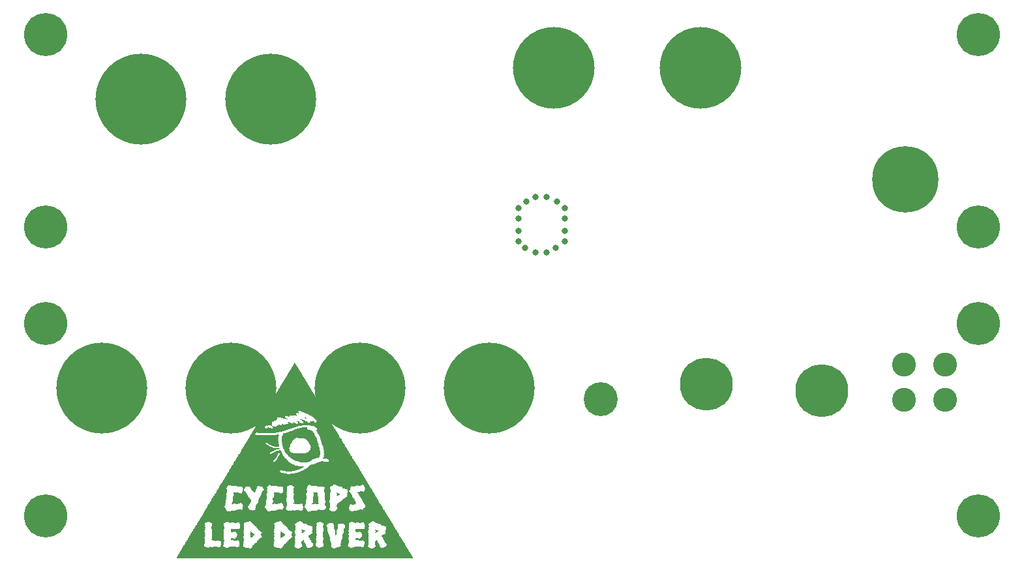
<source format=gts>
G75*
%MOIN*%
%OFA0B0*%
%FSLAX24Y24*%
%IPPOS*%
%LPD*%
%AMOC8*
5,1,8,0,0,1.08239X$1,22.5*
%
%ADD10C,0.4646*%
%ADD11C,0.1733*%
%ADD12C,0.2697*%
%ADD13C,0.1221*%
%ADD14C,0.4174*%
%ADD15C,0.3386*%
%ADD16C,0.0316*%
%ADD17R,1.2090X0.0010*%
%ADD18R,1.2080X0.0010*%
%ADD19R,1.2070X0.0010*%
%ADD20R,1.2050X0.0010*%
%ADD21R,1.2040X0.0010*%
%ADD22R,1.2030X0.0010*%
%ADD23R,1.2020X0.0010*%
%ADD24R,1.2000X0.0010*%
%ADD25R,1.1990X0.0010*%
%ADD26R,1.1980X0.0010*%
%ADD27R,1.1970X0.0010*%
%ADD28R,1.1950X0.0010*%
%ADD29R,1.1940X0.0010*%
%ADD30R,1.1930X0.0010*%
%ADD31R,1.1920X0.0010*%
%ADD32R,1.1910X0.0010*%
%ADD33R,1.1890X0.0010*%
%ADD34R,1.1880X0.0010*%
%ADD35R,1.1870X0.0010*%
%ADD36R,1.1860X0.0010*%
%ADD37R,1.1850X0.0010*%
%ADD38R,1.1830X0.0010*%
%ADD39R,1.1820X0.0010*%
%ADD40R,1.1810X0.0010*%
%ADD41R,1.1800X0.0010*%
%ADD42R,1.1790X0.0010*%
%ADD43R,1.1770X0.0010*%
%ADD44R,1.1760X0.0010*%
%ADD45R,1.1750X0.0010*%
%ADD46R,1.1740X0.0010*%
%ADD47R,1.1730X0.0010*%
%ADD48R,1.1710X0.0010*%
%ADD49R,1.1700X0.0010*%
%ADD50R,1.1690X0.0010*%
%ADD51R,1.1680X0.0010*%
%ADD52R,1.1670X0.0010*%
%ADD53R,1.1650X0.0010*%
%ADD54R,1.1640X0.0010*%
%ADD55R,1.1630X0.0010*%
%ADD56R,1.1620X0.0010*%
%ADD57R,1.1600X0.0010*%
%ADD58R,1.1590X0.0010*%
%ADD59R,1.1580X0.0010*%
%ADD60R,1.1570X0.0010*%
%ADD61R,1.1560X0.0010*%
%ADD62R,1.1540X0.0010*%
%ADD63R,1.1530X0.0010*%
%ADD64R,1.1520X0.0010*%
%ADD65R,1.1510X0.0010*%
%ADD66R,0.3430X0.0010*%
%ADD67R,0.1470X0.0010*%
%ADD68R,0.0800X0.0010*%
%ADD69R,0.1740X0.0010*%
%ADD70R,0.1810X0.0010*%
%ADD71R,0.1750X0.0010*%
%ADD72R,0.3380X0.0010*%
%ADD73R,0.1410X0.0010*%
%ADD74R,0.0740X0.0010*%
%ADD75R,0.1680X0.0010*%
%ADD76R,0.1720X0.0010*%
%ADD77R,0.1710X0.0010*%
%ADD78R,0.3360X0.0010*%
%ADD79R,0.1380X0.0010*%
%ADD80R,0.0710X0.0010*%
%ADD81R,0.0350X0.0010*%
%ADD82R,0.1140X0.0010*%
%ADD83R,0.0360X0.0010*%
%ADD84R,0.1190X0.0010*%
%ADD85R,0.1260X0.0010*%
%ADD86R,0.0870X0.0010*%
%ADD87R,0.0890X0.0010*%
%ADD88R,0.1250X0.0010*%
%ADD89R,0.0680X0.0010*%
%ADD90R,0.0310X0.0010*%
%ADD91R,0.0420X0.0010*%
%ADD92R,0.0600X0.0010*%
%ADD93R,0.0700X0.0010*%
%ADD94R,0.0810X0.0010*%
%ADD95R,0.0320X0.0010*%
%ADD96R,0.1170X0.0010*%
%ADD97R,0.1210X0.0010*%
%ADD98R,0.0450X0.0010*%
%ADD99R,0.0280X0.0010*%
%ADD100R,0.0440X0.0010*%
%ADD101R,0.0370X0.0010*%
%ADD102R,0.1200X0.0010*%
%ADD103R,0.0660X0.0010*%
%ADD104R,0.0290X0.0010*%
%ADD105R,0.0530X0.0010*%
%ADD106R,0.0640X0.0010*%
%ADD107R,0.0430X0.0010*%
%ADD108R,0.0090X0.0010*%
%ADD109R,0.0270X0.0010*%
%ADD110R,0.0250X0.0010*%
%ADD111R,0.0390X0.0010*%
%ADD112R,0.1180X0.0010*%
%ADD113R,0.0500X0.0010*%
%ADD114R,0.0550X0.0010*%
%ADD115R,0.0380X0.0010*%
%ADD116R,0.0260X0.0010*%
%ADD117R,0.1110X0.0010*%
%ADD118R,0.0030X0.0010*%
%ADD119R,0.0190X0.0010*%
%ADD120R,0.0220X0.0010*%
%ADD121R,0.0340X0.0010*%
%ADD122R,0.0300X0.0010*%
%ADD123R,0.1150X0.0010*%
%ADD124R,0.0630X0.0010*%
%ADD125R,0.0470X0.0010*%
%ADD126R,0.1100X0.0010*%
%ADD127R,0.1130X0.0010*%
%ADD128R,0.0200X0.0010*%
%ADD129R,0.0060X0.0010*%
%ADD130R,0.0140X0.0010*%
%ADD131R,0.0610X0.0010*%
%ADD132R,0.0240X0.0010*%
%ADD133R,0.0070X0.0010*%
%ADD134R,0.1070X0.0010*%
%ADD135R,0.0180X0.0010*%
%ADD136R,0.0010X0.0010*%
%ADD137R,0.1120X0.0010*%
%ADD138R,0.0230X0.0010*%
%ADD139R,0.0020X0.0010*%
%ADD140R,0.1060X0.0010*%
%ADD141R,0.0160X0.0010*%
%ADD142R,0.0590X0.0010*%
%ADD143R,0.0210X0.0010*%
%ADD144R,0.0410X0.0010*%
%ADD145R,0.1040X0.0010*%
%ADD146R,0.1080X0.0010*%
%ADD147R,0.0150X0.0010*%
%ADD148R,0.1090X0.0010*%
%ADD149R,0.0580X0.0010*%
%ADD150R,0.0400X0.0010*%
%ADD151R,0.1020X0.0010*%
%ADD152R,0.0130X0.0010*%
%ADD153R,0.0560X0.0010*%
%ADD154R,0.0170X0.0010*%
%ADD155R,0.1010X0.0010*%
%ADD156R,0.1050X0.0010*%
%ADD157R,0.1000X0.0010*%
%ADD158R,0.0110X0.0010*%
%ADD159R,0.0990X0.0010*%
%ADD160R,0.1030X0.0010*%
%ADD161R,0.0540X0.0010*%
%ADD162R,0.0980X0.0010*%
%ADD163R,0.0100X0.0010*%
%ADD164R,0.0960X0.0010*%
%ADD165R,0.0120X0.0010*%
%ADD166R,0.0940X0.0010*%
%ADD167R,0.0520X0.0010*%
%ADD168R,0.0930X0.0010*%
%ADD169R,0.0920X0.0010*%
%ADD170R,0.0510X0.0010*%
%ADD171R,0.0910X0.0010*%
%ADD172R,0.0970X0.0010*%
%ADD173R,0.0480X0.0010*%
%ADD174R,0.0900X0.0010*%
%ADD175R,0.0460X0.0010*%
%ADD176R,0.0880X0.0010*%
%ADD177R,0.0950X0.0010*%
%ADD178R,0.0860X0.0010*%
%ADD179R,0.0080X0.0010*%
%ADD180R,0.0850X0.0010*%
%ADD181R,0.0840X0.0010*%
%ADD182R,0.0050X0.0010*%
%ADD183R,0.0040X0.0010*%
%ADD184R,0.0830X0.0010*%
%ADD185R,0.0330X0.0010*%
%ADD186R,0.0820X0.0010*%
%ADD187R,0.0570X0.0010*%
%ADD188R,0.0620X0.0010*%
%ADD189R,0.0790X0.0010*%
%ADD190R,0.0770X0.0010*%
%ADD191R,0.0650X0.0010*%
%ADD192R,0.0760X0.0010*%
%ADD193R,0.0750X0.0010*%
%ADD194R,0.0730X0.0010*%
%ADD195R,0.0690X0.0010*%
%ADD196R,0.0670X0.0010*%
%ADD197R,0.0780X0.0010*%
%ADD198R,0.0720X0.0010*%
%ADD199R,0.0490X0.0010*%
%ADD200R,0.1160X0.0010*%
%ADD201R,0.1350X0.0010*%
%ADD202R,0.1220X0.0010*%
%ADD203R,0.1420X0.0010*%
%ADD204R,0.1240X0.0010*%
%ADD205R,0.1290X0.0010*%
%ADD206R,0.1540X0.0010*%
%ADD207R,0.2520X0.0010*%
%ADD208R,0.1360X0.0010*%
%ADD209R,0.3590X0.0010*%
%ADD210R,0.2530X0.0010*%
%ADD211R,0.3620X0.0010*%
%ADD212R,0.2540X0.0010*%
%ADD213R,0.1400X0.0010*%
%ADD214R,0.3650X0.0010*%
%ADD215R,0.2570X0.0010*%
%ADD216R,0.3690X0.0010*%
%ADD217R,0.9800X0.0010*%
%ADD218R,0.9790X0.0010*%
%ADD219R,0.9770X0.0010*%
%ADD220R,0.9760X0.0010*%
%ADD221R,0.9750X0.0010*%
%ADD222R,0.9740X0.0010*%
%ADD223R,0.9730X0.0010*%
%ADD224R,0.9710X0.0010*%
%ADD225R,0.9700X0.0010*%
%ADD226R,0.9690X0.0010*%
%ADD227R,0.9680X0.0010*%
%ADD228R,0.9670X0.0010*%
%ADD229R,0.9650X0.0010*%
%ADD230R,0.9640X0.0010*%
%ADD231R,0.9630X0.0010*%
%ADD232R,0.9620X0.0010*%
%ADD233R,0.9600X0.0010*%
%ADD234R,0.9590X0.0010*%
%ADD235R,0.9580X0.0010*%
%ADD236R,0.9570X0.0010*%
%ADD237R,0.9560X0.0010*%
%ADD238R,0.9540X0.0010*%
%ADD239R,0.9530X0.0010*%
%ADD240R,0.9520X0.0010*%
%ADD241R,0.9510X0.0010*%
%ADD242R,0.9500X0.0010*%
%ADD243R,0.9480X0.0010*%
%ADD244R,0.9470X0.0010*%
%ADD245R,0.9460X0.0010*%
%ADD246R,0.9450X0.0010*%
%ADD247R,0.9430X0.0010*%
%ADD248R,0.9420X0.0010*%
%ADD249R,0.9410X0.0010*%
%ADD250R,0.9400X0.0010*%
%ADD251R,0.9390X0.0010*%
%ADD252R,0.9370X0.0010*%
%ADD253R,0.9360X0.0010*%
%ADD254R,0.9350X0.0010*%
%ADD255R,0.9340X0.0010*%
%ADD256R,0.9330X0.0010*%
%ADD257R,0.9310X0.0010*%
%ADD258R,0.9300X0.0010*%
%ADD259R,0.9290X0.0010*%
%ADD260R,0.9280X0.0010*%
%ADD261R,0.9270X0.0010*%
%ADD262R,0.9250X0.0010*%
%ADD263R,0.2060X0.0010*%
%ADD264R,0.2020X0.0010*%
%ADD265R,0.3890X0.0010*%
%ADD266R,0.2000X0.0010*%
%ADD267R,0.1970X0.0010*%
%ADD268R,0.3860X0.0010*%
%ADD269R,0.1960X0.0010*%
%ADD270R,0.1930X0.0010*%
%ADD271R,0.2120X0.0010*%
%ADD272R,0.1660X0.0010*%
%ADD273R,0.1920X0.0010*%
%ADD274R,0.1890X0.0010*%
%ADD275R,0.1630X0.0010*%
%ADD276R,0.1880X0.0010*%
%ADD277R,0.1850X0.0010*%
%ADD278R,0.1600X0.0010*%
%ADD279R,0.1830X0.0010*%
%ADD280R,0.1580X0.0010*%
%ADD281R,0.1610X0.0010*%
%ADD282R,0.1370X0.0010*%
%ADD283R,0.1330X0.0010*%
%ADD284R,0.1300X0.0010*%
%ADD285R,0.2040X0.0010*%
%ADD286R,0.1320X0.0010*%
%ADD287R,0.5750X0.0010*%
%ADD288R,0.5770X0.0010*%
%ADD289R,0.1670X0.0010*%
%ADD290R,0.5790X0.0010*%
%ADD291R,0.7510X0.0010*%
%ADD292R,0.7500X0.0010*%
%ADD293R,0.7480X0.0010*%
%ADD294R,0.7470X0.0010*%
%ADD295R,0.7460X0.0010*%
%ADD296R,0.7450X0.0010*%
%ADD297R,0.7440X0.0010*%
%ADD298R,0.7420X0.0010*%
%ADD299R,0.7410X0.0010*%
%ADD300R,0.7400X0.0010*%
%ADD301R,0.7390X0.0010*%
%ADD302R,0.7370X0.0010*%
%ADD303R,0.7360X0.0010*%
%ADD304R,0.7350X0.0010*%
%ADD305R,0.7340X0.0010*%
%ADD306R,0.7330X0.0010*%
%ADD307R,0.7310X0.0010*%
%ADD308R,0.7300X0.0010*%
%ADD309R,0.7290X0.0010*%
%ADD310R,0.7280X0.0010*%
%ADD311R,0.7270X0.0010*%
%ADD312R,0.7250X0.0010*%
%ADD313R,0.7240X0.0010*%
%ADD314R,0.7230X0.0010*%
%ADD315R,0.7220X0.0010*%
%ADD316R,0.7210X0.0010*%
%ADD317R,0.7190X0.0010*%
%ADD318R,0.7180X0.0010*%
%ADD319R,0.7170X0.0010*%
%ADD320R,0.7160X0.0010*%
%ADD321R,0.7140X0.0010*%
%ADD322R,0.7130X0.0010*%
%ADD323R,0.7120X0.0010*%
%ADD324R,0.7110X0.0010*%
%ADD325R,0.7100X0.0010*%
%ADD326R,0.7080X0.0010*%
%ADD327R,0.7070X0.0010*%
%ADD328R,0.7060X0.0010*%
%ADD329R,0.7050X0.0010*%
%ADD330R,0.7040X0.0010*%
%ADD331R,0.7020X0.0010*%
%ADD332R,0.7010X0.0010*%
%ADD333R,0.7000X0.0010*%
%ADD334R,0.6990X0.0010*%
%ADD335R,0.6980X0.0010*%
%ADD336R,0.6960X0.0010*%
%ADD337R,0.6950X0.0010*%
%ADD338R,0.6940X0.0010*%
%ADD339R,0.6930X0.0010*%
%ADD340R,0.6910X0.0010*%
%ADD341R,0.6900X0.0010*%
%ADD342R,0.3040X0.0010*%
%ADD343R,0.2940X0.0010*%
%ADD344R,0.3550X0.0010*%
%ADD345R,0.2890X0.0010*%
%ADD346R,0.3480X0.0010*%
%ADD347R,0.2840X0.0010*%
%ADD348R,0.3420X0.0010*%
%ADD349R,0.2790X0.0010*%
%ADD350R,0.2760X0.0010*%
%ADD351R,0.3330X0.0010*%
%ADD352R,0.2720X0.0010*%
%ADD353R,0.3290X0.0010*%
%ADD354R,0.2690X0.0010*%
%ADD355R,0.3250X0.0010*%
%ADD356R,0.2660X0.0010*%
%ADD357R,0.3210X0.0010*%
%ADD358R,0.2640X0.0010*%
%ADD359R,0.3180X0.0010*%
%ADD360R,0.2630X0.0010*%
%ADD361R,0.3140X0.0010*%
%ADD362R,0.2610X0.0010*%
%ADD363R,0.3110X0.0010*%
%ADD364R,0.2600X0.0010*%
%ADD365R,0.3070X0.0010*%
%ADD366R,0.2590X0.0010*%
%ADD367R,0.3010X0.0010*%
%ADD368R,0.2980X0.0010*%
%ADD369R,0.2580X0.0010*%
%ADD370R,0.2950X0.0010*%
%ADD371R,0.2920X0.0010*%
%ADD372R,0.2870X0.0010*%
%ADD373R,0.2820X0.0010*%
%ADD374R,0.3460X0.0010*%
%ADD375R,0.3490X0.0010*%
%ADD376R,0.2770X0.0010*%
%ADD377R,0.3500X0.0010*%
%ADD378R,0.2750X0.0010*%
%ADD379R,0.3530X0.0010*%
%ADD380R,0.3540X0.0010*%
%ADD381R,0.2710X0.0010*%
%ADD382R,0.2680X0.0010*%
%ADD383R,0.3570X0.0010*%
%ADD384R,0.3580X0.0010*%
%ADD385R,0.3600X0.0010*%
%ADD386R,0.2620X0.0010*%
%ADD387R,0.3610X0.0010*%
%ADD388R,0.3640X0.0010*%
%ADD389R,0.2550X0.0010*%
%ADD390R,0.3660X0.0010*%
%ADD391R,0.3670X0.0010*%
%ADD392R,0.2510X0.0010*%
%ADD393R,0.2500X0.0010*%
%ADD394R,0.2480X0.0010*%
%ADD395R,0.3440X0.0010*%
%ADD396R,0.2470X0.0010*%
%ADD397R,0.3370X0.0010*%
%ADD398R,0.2450X0.0010*%
%ADD399R,0.3310X0.0010*%
%ADD400R,0.2420X0.0010*%
%ADD401R,0.3260X0.0010*%
%ADD402R,0.2410X0.0010*%
%ADD403R,0.3220X0.0010*%
%ADD404R,0.2390X0.0010*%
%ADD405R,0.2380X0.0010*%
%ADD406R,0.3160X0.0010*%
%ADD407R,0.2350X0.0010*%
%ADD408R,0.3120X0.0010*%
%ADD409R,0.2310X0.0010*%
%ADD410R,0.3090X0.0010*%
%ADD411R,0.2280X0.0010*%
%ADD412R,0.2230X0.0010*%
%ADD413R,0.2200X0.0010*%
%ADD414R,0.2160X0.0010*%
%ADD415R,0.2990X0.0010*%
%ADD416R,0.2960X0.0010*%
%ADD417R,0.2090X0.0010*%
%ADD418R,0.2030X0.0010*%
%ADD419R,0.1990X0.0010*%
%ADD420R,0.2880X0.0010*%
%ADD421R,0.2860X0.0010*%
%ADD422R,0.1870X0.0010*%
%ADD423R,0.2800X0.0010*%
%ADD424R,0.1840X0.0010*%
%ADD425R,0.1980X0.0010*%
%ADD426R,0.1310X0.0010*%
%ADD427R,0.1950X0.0010*%
%ADD428R,0.1940X0.0010*%
%ADD429R,0.1280X0.0010*%
%ADD430R,0.1270X0.0010*%
%ADD431R,0.1230X0.0010*%
%ADD432R,0.1480X0.0010*%
%ADD433R,0.1430X0.0010*%
%ADD434R,0.1460X0.0010*%
%ADD435R,0.1450X0.0010*%
%ADD436R,0.1440X0.0010*%
%ADD437R,0.1490X0.0010*%
%ADD438R,0.1510X0.0010*%
%ADD439R,0.1530X0.0010*%
%ADD440R,0.1560X0.0010*%
%ADD441R,0.1570X0.0010*%
%ADD442R,0.1390X0.0010*%
%ADD443R,0.1620X0.0010*%
%ADD444R,0.1640X0.0010*%
%ADD445R,0.1650X0.0010*%
%ADD446R,0.1340X0.0010*%
%ADD447R,0.1590X0.0010*%
%ADD448R,0.1700X0.0010*%
%ADD449R,0.1550X0.0010*%
%ADD450R,0.1770X0.0010*%
%ADD451R,0.1910X0.0010*%
%ADD452R,0.1520X0.0010*%
%ADD453R,0.1500X0.0010*%
%ADD454R,0.1690X0.0010*%
%ADD455R,0.1730X0.0010*%
%ADD456R,0.1800X0.0010*%
%ADD457R,0.2370X0.0010*%
%ADD458R,0.2340X0.0010*%
%ADD459R,0.2250X0.0010*%
%ADD460R,0.1780X0.0010*%
%ADD461R,0.2930X0.0010*%
%ADD462R,0.2900X0.0010*%
%ADD463R,0.2850X0.0010*%
%ADD464R,0.2830X0.0010*%
%ADD465R,0.2810X0.0010*%
%ADD466R,0.2780X0.0010*%
%ADD467R,0.2730X0.0010*%
%ADD468R,0.2700X0.0010*%
%ADD469R,0.2670X0.0010*%
%ADD470R,0.2650X0.0010*%
%ADD471R,0.2560X0.0010*%
%ADD472R,0.2490X0.0010*%
%ADD473R,0.2440X0.0010*%
%ADD474R,0.2430X0.0010*%
%ADD475R,0.2360X0.0010*%
%ADD476R,0.2330X0.0010*%
%ADD477R,0.2320X0.0010*%
%ADD478R,0.2300X0.0010*%
%ADD479R,0.2290X0.0010*%
%ADD480R,0.2270X0.0010*%
%ADD481R,0.2260X0.0010*%
%ADD482R,0.2240X0.0010*%
%ADD483R,0.2210X0.0010*%
%ADD484R,0.2190X0.0010*%
%ADD485R,0.2180X0.0010*%
%ADD486R,0.2150X0.0010*%
%ADD487R,0.2140X0.0010*%
%ADD488R,0.2130X0.0010*%
%ADD489R,0.2100X0.0010*%
%ADD490R,0.2080X0.0010*%
%ADD491R,0.2070X0.0010*%
%ADD492R,0.2010X0.0010*%
%ADD493R,0.1900X0.0010*%
%ADD494R,0.1860X0.0010*%
%ADD495R,0.1790X0.0010*%
%ADD496R,0.1760X0.0010*%
%ADD497C,0.2205*%
D10*
X006197Y010103D03*
X012797Y010103D03*
X019397Y010103D03*
X025997Y010103D03*
X014847Y024867D03*
X008197Y024867D03*
D11*
X031697Y009532D03*
D12*
X037097Y010319D03*
X042997Y009985D03*
D13*
X047197Y009516D03*
X049297Y009516D03*
X049297Y011315D03*
X047197Y011315D03*
D14*
X036797Y026489D03*
X029297Y026489D03*
D15*
X047274Y020780D03*
D16*
X029871Y019325D03*
X029477Y019640D03*
X028926Y019877D03*
X028375Y019877D03*
X027902Y019640D03*
X027508Y019325D03*
X027508Y018774D03*
X027508Y018144D03*
X027508Y017593D03*
X027823Y017278D03*
X028375Y017042D03*
X028926Y017042D03*
X029398Y017278D03*
X029871Y017593D03*
X029871Y018144D03*
X029871Y018774D03*
D17*
X016056Y001411D03*
D18*
X016061Y001421D03*
D19*
X016056Y001431D03*
D20*
X016056Y001441D03*
D21*
X016061Y001451D03*
D22*
X016056Y001461D03*
D23*
X016061Y001471D03*
D24*
X016061Y001481D03*
D25*
X016056Y001491D03*
D26*
X016061Y001501D03*
D27*
X016056Y001511D03*
D28*
X016056Y001521D03*
D29*
X016061Y001531D03*
D30*
X016056Y001541D03*
D31*
X016061Y001551D03*
D32*
X016056Y001561D03*
D33*
X016056Y001571D03*
D34*
X016061Y001581D03*
D35*
X016056Y001591D03*
D36*
X016061Y001601D03*
D37*
X016056Y001611D03*
D38*
X016056Y001621D03*
D39*
X016061Y001631D03*
D40*
X016056Y001641D03*
D41*
X016061Y001651D03*
D42*
X016056Y001661D03*
D43*
X016056Y001671D03*
D44*
X016061Y001681D03*
D45*
X016056Y001691D03*
D46*
X016061Y001701D03*
D47*
X016056Y001711D03*
D48*
X016056Y001721D03*
D49*
X016061Y001731D03*
D50*
X016056Y001741D03*
D51*
X016061Y001751D03*
D52*
X016056Y001761D03*
D53*
X016056Y001771D03*
D54*
X016061Y001781D03*
D55*
X016056Y001791D03*
D56*
X016061Y001801D03*
D57*
X016061Y001811D03*
D58*
X016056Y001821D03*
D59*
X016061Y001831D03*
D60*
X016056Y001841D03*
D61*
X016061Y001851D03*
D62*
X016061Y001861D03*
D63*
X016056Y001871D03*
D64*
X016061Y001881D03*
D65*
X016056Y001891D03*
D66*
X012026Y001901D03*
D67*
X014556Y001901D03*
X014546Y003291D03*
X018176Y003241D03*
X018266Y006531D03*
X016566Y006561D03*
X014486Y007571D03*
X014486Y007581D03*
X017216Y008271D03*
X016056Y010171D03*
D68*
X017301Y008681D03*
X019681Y004751D03*
X019761Y004621D03*
X019771Y004601D03*
X019781Y004581D03*
X019791Y004561D03*
X019841Y004481D03*
X019851Y004461D03*
X019861Y004451D03*
X019871Y004441D03*
X019921Y004351D03*
X019931Y004341D03*
X019931Y004331D03*
X019941Y004311D03*
X020041Y004151D03*
X020051Y004141D03*
X020081Y004091D03*
X020081Y004081D03*
X020611Y003221D03*
X018771Y004261D03*
X015811Y003251D03*
X014611Y002861D03*
X015781Y001901D03*
X012121Y004221D03*
X012131Y004241D03*
X012131Y004251D03*
X013311Y004511D03*
X011061Y002481D03*
X011061Y002471D03*
X011051Y002461D03*
D69*
X017171Y001901D03*
X014241Y006951D03*
X014281Y007011D03*
X016061Y009951D03*
D70*
X016056Y009891D03*
X014286Y006971D03*
X019026Y001901D03*
D71*
X020926Y001901D03*
X014876Y007991D03*
X017076Y008261D03*
X016056Y009941D03*
D72*
X017791Y005741D03*
X012011Y001911D03*
D73*
X014556Y001911D03*
X018256Y006591D03*
X018256Y006601D03*
X016316Y007801D03*
X014146Y007071D03*
X016056Y010221D03*
D74*
X017361Y008621D03*
X017371Y008611D03*
X014641Y008431D03*
X014631Y008421D03*
X014621Y008401D03*
X014541Y008271D03*
X014531Y008251D03*
X014521Y008231D03*
X016991Y006761D03*
X015781Y005901D03*
X013291Y004571D03*
X012151Y004331D03*
X012151Y004321D03*
X011101Y002601D03*
X011101Y002591D03*
X014621Y002821D03*
X014631Y002381D03*
X015771Y001911D03*
X015801Y003211D03*
X018791Y004291D03*
X020651Y003191D03*
X021001Y002611D03*
D75*
X019031Y001921D03*
X017171Y001911D03*
X018981Y005181D03*
X016511Y006721D03*
X016271Y007631D03*
X016271Y007641D03*
X016271Y007651D03*
X015291Y008731D03*
X015291Y008741D03*
X014821Y007961D03*
X014191Y006921D03*
X016061Y010001D03*
D76*
X016061Y009971D03*
X015381Y008851D03*
X016281Y007581D03*
X016281Y007571D03*
X014221Y006941D03*
X019031Y001911D03*
D77*
X020946Y001911D03*
X016276Y007591D03*
X016276Y007601D03*
X015386Y008861D03*
X015386Y008871D03*
D78*
X012001Y001921D03*
D79*
X014551Y001921D03*
X014531Y003271D03*
X018171Y003221D03*
X014141Y007081D03*
X014621Y007871D03*
X016061Y010251D03*
D80*
X016056Y010801D03*
X017406Y008571D03*
X017416Y008561D03*
X017426Y008551D03*
X017536Y008361D03*
X015766Y007551D03*
X014546Y008301D03*
X014546Y008311D03*
X015396Y006321D03*
X016356Y005081D03*
X014286Y003831D03*
X013296Y004611D03*
X012196Y004431D03*
X012196Y004421D03*
X012186Y004411D03*
X012136Y003221D03*
X011116Y002651D03*
X011116Y002641D03*
X015766Y001921D03*
X018796Y004301D03*
X020676Y003181D03*
D81*
X019766Y003221D03*
X019636Y002711D03*
X019646Y002691D03*
X019646Y002681D03*
X019646Y002671D03*
X019656Y002661D03*
X019656Y002651D03*
X019656Y002641D03*
X019656Y002631D03*
X019656Y002531D03*
X019656Y002521D03*
X019656Y002511D03*
X019656Y002501D03*
X018636Y002321D03*
X018636Y002311D03*
X018596Y002061D03*
X018596Y002051D03*
X018596Y002041D03*
X017686Y002321D03*
X017686Y002331D03*
X016976Y002451D03*
X016976Y002461D03*
X017066Y001941D03*
X016536Y001921D03*
X015896Y002281D03*
X015906Y002891D03*
X015106Y004211D03*
X014456Y004501D03*
X014456Y004511D03*
X013946Y005071D03*
X013576Y004151D03*
X013046Y004211D03*
X013366Y003241D03*
X013276Y002671D03*
X013276Y002661D03*
X013286Y002631D03*
X013286Y002621D03*
X013286Y002611D03*
X013286Y002601D03*
X013286Y002591D03*
X013286Y002581D03*
X013286Y002571D03*
X013286Y002561D03*
X013286Y002551D03*
X013276Y002521D03*
X013276Y002511D03*
X013276Y002501D03*
X013266Y002481D03*
X013266Y002471D03*
X018196Y003181D03*
X018716Y004981D03*
X019826Y004881D03*
X015636Y007091D03*
X015636Y007101D03*
X016516Y008041D03*
X016056Y011101D03*
D82*
X016991Y008901D03*
X018071Y007131D03*
X018071Y007121D03*
X018081Y007101D03*
X017411Y001921D03*
X014451Y001971D03*
X010921Y001961D03*
X021211Y001941D03*
D83*
X020291Y001921D03*
X019641Y002461D03*
X019641Y002471D03*
X019651Y002481D03*
X019651Y002491D03*
X019641Y002701D03*
X019631Y002721D03*
X018601Y002071D03*
X018601Y002031D03*
X018601Y002021D03*
X017691Y002301D03*
X017691Y002311D03*
X016971Y002471D03*
X016991Y002571D03*
X015911Y002901D03*
X015891Y002271D03*
X015891Y002261D03*
X013271Y002491D03*
X013261Y002461D03*
X013251Y002441D03*
X013281Y002641D03*
X013281Y002651D03*
X013271Y002681D03*
X013271Y002691D03*
X013561Y003891D03*
X013571Y004161D03*
X013121Y004701D03*
X014441Y004481D03*
X014441Y004471D03*
X014451Y004491D03*
X015181Y004701D03*
X014501Y005081D03*
X015381Y006531D03*
X015201Y006811D03*
X015071Y007151D03*
X015631Y007111D03*
X015921Y008271D03*
X016061Y011091D03*
X018831Y004491D03*
D84*
X014466Y003221D03*
X014096Y007161D03*
X015246Y008021D03*
X015016Y008691D03*
X016956Y008931D03*
X017396Y008201D03*
X018126Y006991D03*
X018136Y006981D03*
X018136Y006971D03*
X016056Y010401D03*
X021196Y001921D03*
D85*
X018441Y006411D03*
X018191Y006821D03*
X018191Y006831D03*
X014531Y007831D03*
X016061Y010351D03*
X010961Y001931D03*
D86*
X011026Y002361D03*
X011026Y002371D03*
X012106Y001931D03*
X014576Y002241D03*
X014576Y002251D03*
X014586Y002921D03*
X014586Y002931D03*
X013336Y004441D03*
X013336Y004451D03*
X012026Y004021D03*
X012026Y004011D03*
X016716Y007541D03*
X017236Y008731D03*
X016056Y010671D03*
X018746Y004221D03*
X018676Y004161D03*
X020096Y004011D03*
X020096Y004001D03*
X020976Y002551D03*
D87*
X020976Y002541D03*
X020096Y003991D03*
X018696Y004171D03*
X016306Y005131D03*
X013346Y004421D03*
X012026Y004001D03*
X012026Y003991D03*
X011016Y002331D03*
X013106Y001931D03*
X014566Y002211D03*
X014576Y002951D03*
X014576Y002961D03*
X017646Y008031D03*
X017626Y008071D03*
X017206Y008751D03*
X016056Y010651D03*
D88*
X016366Y007841D03*
X018186Y006851D03*
X018186Y006841D03*
X014106Y007131D03*
X014486Y001931D03*
D89*
X015761Y001931D03*
X016841Y003201D03*
X017531Y003831D03*
X018571Y004151D03*
X018801Y004321D03*
X016351Y004771D03*
X016351Y004781D03*
X016351Y004791D03*
X016351Y004841D03*
X016361Y005061D03*
X015781Y005891D03*
X015391Y006341D03*
X017021Y006781D03*
X017531Y008391D03*
X017521Y008411D03*
X017511Y008431D03*
X017501Y008441D03*
X017501Y008451D03*
X017491Y008461D03*
X017481Y008471D03*
X017471Y008491D03*
X014581Y008381D03*
X014571Y008371D03*
X014561Y008361D03*
X014561Y008351D03*
X015321Y004561D03*
X015321Y004551D03*
X015321Y004541D03*
X015311Y004351D03*
X015311Y004341D03*
X015301Y004271D03*
X013291Y004641D03*
X013291Y004651D03*
X013281Y004671D03*
X012231Y004511D03*
X012221Y004491D03*
X021021Y002631D03*
D90*
X019686Y001941D03*
X018656Y002471D03*
X018656Y002481D03*
X018656Y002491D03*
X018656Y002501D03*
X018656Y002511D03*
X018666Y002561D03*
X018666Y002571D03*
X018666Y002581D03*
X018666Y002591D03*
X017696Y002441D03*
X017696Y002431D03*
X017696Y002421D03*
X017686Y002461D03*
X017686Y002471D03*
X017676Y002511D03*
X017666Y002541D03*
X017666Y002551D03*
X017666Y002561D03*
X017016Y002601D03*
X016996Y002411D03*
X017056Y001951D03*
X016536Y001931D03*
X015916Y002331D03*
X015926Y002851D03*
X017696Y003851D03*
X017116Y004201D03*
X017726Y004791D03*
X017726Y004801D03*
X017726Y004891D03*
X017726Y004901D03*
X017726Y004911D03*
X017706Y005041D03*
X018736Y004961D03*
X019816Y004931D03*
X015636Y007031D03*
X015636Y007041D03*
X015216Y006831D03*
X015376Y006561D03*
X014516Y005061D03*
X013956Y005011D03*
X013956Y005001D03*
X013956Y004991D03*
X013506Y005081D03*
X013096Y004721D03*
X013566Y004111D03*
X013556Y003921D03*
X014476Y004561D03*
X015156Y004721D03*
X016536Y008051D03*
X015406Y008621D03*
X016056Y011131D03*
D91*
X016061Y011041D03*
X015641Y007211D03*
X015641Y007201D03*
X015381Y006491D03*
X016541Y006321D03*
X017081Y007111D03*
X017081Y007121D03*
X017071Y007151D03*
X017061Y007181D03*
X012491Y005151D03*
X012371Y004961D03*
X012371Y004951D03*
X014371Y004191D03*
X014381Y004211D03*
X015881Y002991D03*
X015881Y002981D03*
X016961Y003091D03*
X017081Y001931D03*
X017711Y001991D03*
X017721Y002001D03*
X017721Y002131D03*
X017711Y002181D03*
X020941Y002981D03*
X020951Y002961D03*
X013231Y002391D03*
D92*
X012131Y002391D03*
X012131Y002461D03*
X012131Y002471D03*
X012121Y002741D03*
X012121Y002751D03*
X012131Y002831D03*
X012131Y002841D03*
X012141Y003101D03*
X012141Y003111D03*
X012141Y003121D03*
X011141Y002781D03*
X011141Y002771D03*
X012261Y004621D03*
X012261Y004631D03*
X015391Y006381D03*
X015711Y007481D03*
X016871Y007511D03*
X016321Y004351D03*
X016321Y004331D03*
X016321Y004281D03*
X016321Y004271D03*
X016321Y004261D03*
X018531Y003931D03*
X018541Y003911D03*
X018541Y003901D03*
X018811Y004381D03*
X020771Y003111D03*
X021011Y002721D03*
X021011Y002711D03*
X017671Y001931D03*
X015751Y001981D03*
X016061Y010891D03*
D93*
X016061Y010811D03*
X017431Y008541D03*
X017441Y008531D03*
X017531Y008371D03*
X017011Y006771D03*
X016511Y006371D03*
X016351Y004821D03*
X016351Y004811D03*
X015311Y004491D03*
X015311Y004481D03*
X015311Y004471D03*
X015311Y004461D03*
X015311Y004451D03*
X015311Y004441D03*
X015311Y004431D03*
X015311Y004421D03*
X015311Y004411D03*
X015311Y004401D03*
X015311Y004391D03*
X015301Y004251D03*
X015791Y003201D03*
X014631Y002801D03*
X014641Y002401D03*
X013461Y003851D03*
X013291Y004621D03*
X012211Y004461D03*
X012201Y004451D03*
X012201Y004441D03*
X011121Y002661D03*
X018571Y001931D03*
X018531Y003831D03*
X019711Y004781D03*
X014551Y008321D03*
X014591Y008391D03*
D94*
X014756Y008561D03*
X014766Y008581D03*
X017286Y008691D03*
X016056Y010721D03*
X015786Y005911D03*
X017556Y005101D03*
X019776Y004591D03*
X019786Y004571D03*
X019796Y004551D03*
X019806Y004541D03*
X019806Y004531D03*
X019816Y004521D03*
X019816Y004511D03*
X019826Y004501D03*
X019836Y004491D03*
X019846Y004471D03*
X019936Y004321D03*
X019946Y004301D03*
X019956Y004281D03*
X020016Y004181D03*
X020026Y004171D03*
X020036Y004161D03*
X020086Y004071D03*
X020596Y003231D03*
X020986Y002581D03*
X019446Y001931D03*
X014606Y002321D03*
X014606Y002331D03*
X014606Y002871D03*
X012116Y004211D03*
X012126Y004231D03*
X011046Y002451D03*
X011046Y002441D03*
D95*
X013331Y001951D03*
X013361Y003231D03*
X013571Y004121D03*
X013571Y004131D03*
X013031Y004201D03*
X013951Y005021D03*
X013951Y005031D03*
X014471Y004551D03*
X015091Y004201D03*
X015921Y002861D03*
X015911Y002321D03*
X016991Y002421D03*
X017671Y002521D03*
X017671Y002531D03*
X017681Y002501D03*
X017681Y002491D03*
X017681Y002481D03*
X017691Y002451D03*
X017691Y002411D03*
X017691Y002401D03*
X017691Y002391D03*
X018651Y002381D03*
X018651Y002371D03*
X018661Y002521D03*
X018661Y002531D03*
X018661Y002541D03*
X018661Y002551D03*
X019761Y003211D03*
X020291Y001931D03*
X018851Y004511D03*
X019821Y004921D03*
X017721Y004881D03*
X017721Y004871D03*
X017721Y004861D03*
X017721Y004851D03*
X017721Y004841D03*
X017721Y004831D03*
X017721Y004821D03*
X017721Y004811D03*
X015791Y006761D03*
X015041Y006731D03*
X016061Y011121D03*
D96*
X016056Y010421D03*
X016966Y008921D03*
X015816Y008191D03*
X016386Y007861D03*
X014976Y008631D03*
X014976Y008641D03*
X014086Y007171D03*
X016496Y006501D03*
X018106Y007041D03*
X018116Y007021D03*
X012036Y003791D03*
X010926Y001951D03*
X021206Y001931D03*
D97*
X017416Y005151D03*
X018156Y006921D03*
X018156Y006931D03*
X018146Y006941D03*
X018146Y006951D03*
X016376Y007851D03*
X014096Y007151D03*
X012046Y003771D03*
X010936Y001941D03*
X016056Y010391D03*
D98*
X014336Y008171D03*
X014326Y008161D03*
X014326Y008151D03*
X014316Y008141D03*
X015016Y007201D03*
X015646Y007241D03*
X015646Y007251D03*
X017016Y007291D03*
X017026Y007281D03*
X017026Y007271D03*
X015386Y006471D03*
X015776Y005861D03*
X014346Y004141D03*
X014336Y004121D03*
X014326Y004101D03*
X014316Y004081D03*
X014306Y004061D03*
X014296Y004031D03*
X014296Y004021D03*
X014296Y004011D03*
X012356Y004901D03*
X012356Y004911D03*
X011246Y003081D03*
X011946Y001941D03*
X016946Y003111D03*
X017706Y001971D03*
X020966Y002911D03*
X020966Y002921D03*
X018686Y005031D03*
D99*
X017721Y004981D03*
X017721Y004971D03*
X017721Y004731D03*
X017731Y004521D03*
X017731Y004511D03*
X017731Y004501D03*
X017731Y004491D03*
X017731Y004481D03*
X017731Y004471D03*
X017121Y004251D03*
X017121Y004241D03*
X017701Y003861D03*
X017041Y003051D03*
X017651Y002631D03*
X017651Y002621D03*
X017021Y002311D03*
X017021Y002301D03*
X015921Y002351D03*
X013311Y002321D03*
X012361Y001941D03*
X012041Y002311D03*
X013361Y003221D03*
X013551Y003941D03*
X013551Y003951D03*
X013561Y004091D03*
X013461Y004701D03*
X013081Y004731D03*
X013961Y004961D03*
X014521Y005051D03*
X015141Y004731D03*
X014481Y004651D03*
X014481Y004641D03*
X014481Y004631D03*
X014481Y004621D03*
X017491Y006321D03*
X015651Y006961D03*
X015651Y006971D03*
X015221Y006841D03*
X015081Y006771D03*
X015071Y006761D03*
X015091Y007681D03*
X015421Y008611D03*
X019691Y005161D03*
X019701Y005151D03*
X019801Y004981D03*
X019801Y004971D03*
X019751Y003201D03*
X018681Y002671D03*
X018681Y002661D03*
X019691Y001951D03*
X020291Y001941D03*
D100*
X020961Y002931D03*
X019311Y003241D03*
X016951Y003101D03*
X015871Y003021D03*
X015851Y002171D03*
X012921Y001941D03*
X011251Y003091D03*
X012931Y003241D03*
X014301Y004041D03*
X014301Y004051D03*
X014311Y004071D03*
X014321Y004091D03*
X014331Y004111D03*
X014341Y004131D03*
X014351Y004151D03*
X014361Y004171D03*
X013561Y004221D03*
X012361Y004921D03*
X015641Y007231D03*
X017031Y007251D03*
X017031Y007261D03*
X017041Y007241D03*
X017041Y007231D03*
X017051Y007211D03*
X017101Y007031D03*
X017101Y007021D03*
X017101Y007011D03*
X017101Y007001D03*
X017691Y005081D03*
X016061Y011021D03*
D101*
X016056Y011081D03*
X015636Y007131D03*
X015636Y007121D03*
X015826Y006751D03*
X017516Y006311D03*
X017706Y005061D03*
X018706Y004991D03*
X019826Y004871D03*
X019826Y004861D03*
X017676Y003841D03*
X016986Y003071D03*
X016986Y002561D03*
X015906Y002911D03*
X015886Y002251D03*
X013336Y001941D03*
X013246Y002431D03*
X013256Y002451D03*
X013266Y002701D03*
X013266Y002711D03*
X013256Y002721D03*
X011276Y003181D03*
X013066Y004221D03*
X013576Y004171D03*
X014396Y004331D03*
X014396Y004341D03*
X014396Y004351D03*
X014406Y004371D03*
X014406Y004381D03*
X014416Y004401D03*
X014416Y004411D03*
X014426Y004431D03*
X014426Y004441D03*
X014436Y004451D03*
X014436Y004461D03*
X015126Y004221D03*
X012426Y005081D03*
X018636Y002301D03*
X018636Y002291D03*
X018636Y002281D03*
X018596Y002081D03*
X019636Y002441D03*
X019636Y002451D03*
X019626Y002731D03*
X019766Y003231D03*
D102*
X014471Y001941D03*
X018141Y006961D03*
X016941Y008941D03*
D103*
X016401Y007961D03*
X015391Y006351D03*
X016361Y005051D03*
X016341Y004921D03*
X016341Y004911D03*
X016341Y004901D03*
X016341Y004731D03*
X016331Y004571D03*
X016331Y004561D03*
X016331Y004551D03*
X016331Y004541D03*
X016331Y004531D03*
X016331Y004521D03*
X016331Y004511D03*
X016331Y004501D03*
X016331Y004491D03*
X015321Y004581D03*
X015321Y004591D03*
X013121Y002861D03*
X013121Y002851D03*
X013121Y002351D03*
X014681Y002561D03*
X014681Y002571D03*
X014681Y002581D03*
X014681Y002621D03*
X014681Y002631D03*
X014681Y002641D03*
X014661Y002771D03*
X015751Y001941D03*
X018541Y003851D03*
X018531Y004101D03*
X019501Y002861D03*
X019501Y002851D03*
X021031Y002641D03*
X012241Y004541D03*
X011131Y002711D03*
X016061Y010841D03*
D104*
X016056Y011151D03*
X015646Y006991D03*
X015646Y006981D03*
X015776Y006771D03*
X015376Y006581D03*
X017716Y005031D03*
X017726Y004961D03*
X017726Y004751D03*
X017726Y004741D03*
X017116Y004231D03*
X016546Y003811D03*
X017666Y003191D03*
X017656Y002601D03*
X017026Y002611D03*
X017006Y002391D03*
X017006Y002381D03*
X017016Y002341D03*
X017016Y002331D03*
X017016Y002321D03*
X016536Y001941D03*
X015916Y002341D03*
X015926Y002841D03*
X013566Y004101D03*
X013956Y004971D03*
X013956Y004981D03*
X014486Y004611D03*
X014486Y004601D03*
X018666Y003171D03*
X018676Y002651D03*
X018676Y002641D03*
X018676Y002631D03*
X019806Y004961D03*
D105*
X018816Y004421D03*
X020986Y002821D03*
X017686Y001941D03*
X015786Y002081D03*
X015776Y002061D03*
X015416Y003841D03*
X014316Y003931D03*
X012336Y004801D03*
X015386Y006421D03*
X014966Y007261D03*
X015676Y007371D03*
X015676Y007381D03*
X017086Y006871D03*
X011216Y002961D03*
X011216Y002951D03*
X016056Y010951D03*
D106*
X016061Y010861D03*
X015391Y006361D03*
X016361Y005011D03*
X016361Y005001D03*
X016351Y004981D03*
X016351Y004971D03*
X016341Y004711D03*
X016341Y004701D03*
X016331Y004621D03*
X016321Y004441D03*
X016321Y004431D03*
X016321Y004421D03*
X016321Y004411D03*
X015321Y004621D03*
X015321Y004691D03*
X014311Y003841D03*
X013121Y002841D03*
X013121Y002831D03*
X013121Y002821D03*
X013121Y002381D03*
X012131Y002911D03*
X012131Y002921D03*
X012131Y002931D03*
X012131Y002941D03*
X012131Y002951D03*
X012131Y002961D03*
X012131Y002971D03*
X012141Y003001D03*
X012251Y004571D03*
X012251Y004581D03*
X014671Y002761D03*
X014681Y002731D03*
X014691Y002511D03*
X015751Y001951D03*
X015781Y003181D03*
X018521Y004051D03*
X018521Y004061D03*
X018521Y004071D03*
X018811Y004351D03*
X018641Y005081D03*
X019501Y002821D03*
X019501Y002811D03*
X019501Y002801D03*
X019491Y002371D03*
X018561Y001941D03*
X021021Y002661D03*
D107*
X020956Y002941D03*
X020956Y002951D03*
X020946Y002971D03*
X019296Y001941D03*
X018596Y001981D03*
X017706Y001981D03*
X015856Y002181D03*
X015876Y003001D03*
X015876Y003011D03*
X016136Y003821D03*
X014366Y004181D03*
X014356Y004161D03*
X013566Y004211D03*
X013576Y003861D03*
X012366Y004931D03*
X012366Y004941D03*
X011336Y003241D03*
X011256Y003111D03*
X011256Y003101D03*
X015386Y006481D03*
X015026Y007191D03*
X015646Y007221D03*
X016476Y008021D03*
X017046Y007221D03*
X017056Y007201D03*
X017056Y007191D03*
X017066Y007171D03*
X017066Y007161D03*
X017076Y007141D03*
X017076Y007131D03*
X017086Y007101D03*
X017086Y007091D03*
X017086Y007081D03*
X017096Y007071D03*
X017096Y007061D03*
X017096Y007051D03*
X017096Y007041D03*
X018696Y005021D03*
X018826Y004461D03*
X019826Y004811D03*
X019826Y004821D03*
X016056Y011031D03*
D108*
X016056Y011311D03*
X015736Y008671D03*
X015576Y008541D03*
X016276Y008331D03*
X016466Y008441D03*
X016986Y008371D03*
X018816Y004871D03*
X018816Y004791D03*
X018276Y004641D03*
X016536Y003961D03*
X015296Y003871D03*
X013986Y004811D03*
X013456Y004971D03*
X013456Y004981D03*
X013236Y003871D03*
X013846Y002701D03*
X011786Y001951D03*
X016486Y002251D03*
X016486Y002261D03*
X016486Y002751D03*
X019406Y002301D03*
X020236Y002251D03*
D109*
X019686Y002321D03*
X018686Y002681D03*
X018186Y003161D03*
X017646Y002651D03*
X017646Y002641D03*
X017036Y002621D03*
X017026Y002291D03*
X017026Y002281D03*
X017036Y002271D03*
X017056Y001961D03*
X016536Y001951D03*
X015926Y002361D03*
X015936Y002831D03*
X015516Y004241D03*
X014486Y004661D03*
X014486Y004671D03*
X014486Y004681D03*
X014486Y004691D03*
X014496Y004701D03*
X014496Y004711D03*
X014506Y004721D03*
X014506Y004731D03*
X014506Y004741D03*
X014516Y004751D03*
X014516Y004761D03*
X014526Y004771D03*
X014526Y004781D03*
X014526Y005041D03*
X013966Y004951D03*
X013556Y004081D03*
X015546Y005081D03*
X017126Y004471D03*
X017126Y004461D03*
X017126Y004451D03*
X017126Y004441D03*
X017126Y004431D03*
X017126Y004421D03*
X017126Y004411D03*
X017126Y004401D03*
X017126Y004391D03*
X017126Y004381D03*
X017126Y004371D03*
X017726Y004531D03*
X017726Y004541D03*
X017726Y004551D03*
X017726Y004561D03*
X017726Y004571D03*
X017736Y004461D03*
X017736Y004451D03*
X017736Y004441D03*
X017736Y004431D03*
X017736Y004421D03*
X017726Y004701D03*
X017726Y004711D03*
X017726Y004721D03*
X017726Y004991D03*
X017716Y005021D03*
X018756Y004951D03*
X018876Y004531D03*
X019796Y004991D03*
X019796Y005001D03*
X019786Y005011D03*
X015756Y006781D03*
X015656Y006941D03*
X015656Y006951D03*
X015376Y006601D03*
X015376Y006591D03*
X015096Y006781D03*
X015126Y007121D03*
X013946Y007681D03*
X016056Y011161D03*
X013316Y002311D03*
X013326Y001971D03*
X012006Y001951D03*
D110*
X012356Y001951D03*
X013326Y001981D03*
X013326Y002291D03*
X013326Y002871D03*
X013336Y002881D03*
X013356Y003211D03*
X013546Y003981D03*
X013546Y003991D03*
X013546Y004001D03*
X013546Y004011D03*
X013546Y004041D03*
X013546Y004051D03*
X013466Y004721D03*
X013966Y004921D03*
X013966Y004931D03*
X014546Y004821D03*
X015546Y005071D03*
X017126Y004521D03*
X017126Y004511D03*
X017126Y004501D03*
X017126Y004321D03*
X017126Y004291D03*
X017126Y004281D03*
X017706Y003871D03*
X017736Y004391D03*
X017726Y004681D03*
X017726Y004691D03*
X018866Y004601D03*
X018866Y004591D03*
X018866Y004581D03*
X019726Y005121D03*
X019736Y005111D03*
X019746Y005091D03*
X019756Y005081D03*
X019756Y005071D03*
X019766Y005061D03*
X019776Y005041D03*
X019746Y003191D03*
X019716Y002881D03*
X019696Y002301D03*
X019706Y002291D03*
X020296Y001961D03*
X018686Y002701D03*
X018686Y002711D03*
X018686Y003151D03*
X017656Y003181D03*
X017636Y002691D03*
X017636Y002681D03*
X017046Y002631D03*
X017036Y002251D03*
X017036Y002241D03*
X017056Y001971D03*
X016546Y001961D03*
X015946Y002811D03*
X015376Y006611D03*
X015236Y006851D03*
X015666Y006901D03*
X015666Y006911D03*
X014726Y007801D03*
X013946Y007691D03*
X015436Y008601D03*
X016056Y011181D03*
D111*
X016056Y011061D03*
X016496Y008031D03*
X015636Y007161D03*
X015636Y007151D03*
X015046Y007171D03*
X012466Y005131D03*
X012456Y005121D03*
X012446Y005111D03*
X012396Y005021D03*
X012386Y005001D03*
X013076Y004231D03*
X014396Y004261D03*
X014396Y004271D03*
X014396Y004281D03*
X014396Y004291D03*
X014396Y004301D03*
X014396Y004311D03*
X015136Y004231D03*
X015896Y002941D03*
X015896Y002931D03*
X015876Y002221D03*
X015876Y002211D03*
X016966Y002491D03*
X016966Y002501D03*
X016976Y002551D03*
X017696Y002271D03*
X017696Y002261D03*
X017696Y002251D03*
X017736Y002051D03*
X017736Y002041D03*
X018606Y002121D03*
X018606Y002131D03*
X018616Y002161D03*
X018616Y002171D03*
X018616Y002181D03*
X018616Y002191D03*
X018616Y002201D03*
X018626Y002231D03*
X018626Y002241D03*
X019616Y002411D03*
X019606Y002761D03*
X019766Y003241D03*
X019826Y004841D03*
X019826Y004851D03*
X013246Y002751D03*
X013236Y002411D03*
X012916Y001951D03*
X011296Y003211D03*
D112*
X012041Y003781D03*
X014461Y001951D03*
X017421Y005141D03*
X018121Y007001D03*
X018121Y007011D03*
X018111Y007031D03*
X016061Y010411D03*
D113*
X016061Y010971D03*
X014291Y008061D03*
X014981Y007241D03*
X015661Y007321D03*
X015661Y007331D03*
X016951Y007421D03*
X017091Y006901D03*
X016541Y006331D03*
X015421Y003851D03*
X015831Y003061D03*
X016901Y003161D03*
X017691Y001951D03*
X018591Y001961D03*
X020981Y002851D03*
X015811Y002121D03*
X011231Y003001D03*
X011231Y003011D03*
D114*
X011206Y002931D03*
X011206Y002921D03*
X011196Y002911D03*
X011196Y002901D03*
X013176Y002331D03*
X014326Y003911D03*
X014326Y003921D03*
X015786Y003121D03*
X015796Y003111D03*
X015756Y002031D03*
X018586Y001951D03*
X019546Y002331D03*
X020986Y002801D03*
X018816Y004411D03*
X015386Y006411D03*
X014946Y007281D03*
X015686Y007411D03*
X016906Y007481D03*
X017076Y006851D03*
X014296Y008031D03*
X016056Y010931D03*
X012326Y004781D03*
X012316Y004761D03*
X012316Y004751D03*
X012306Y004741D03*
X012296Y004721D03*
X012286Y004701D03*
D115*
X012401Y005031D03*
X012401Y005041D03*
X012411Y005051D03*
X012411Y005061D03*
X012421Y005071D03*
X012431Y005091D03*
X012441Y005101D03*
X013571Y004181D03*
X013561Y003881D03*
X014391Y004321D03*
X014401Y004361D03*
X014411Y004391D03*
X014421Y004421D03*
X015901Y002921D03*
X015881Y002241D03*
X015881Y002231D03*
X016971Y002481D03*
X017691Y002291D03*
X017691Y002281D03*
X018601Y002111D03*
X018601Y002101D03*
X018601Y002091D03*
X018611Y002141D03*
X018611Y002151D03*
X018621Y002211D03*
X018621Y002221D03*
X018631Y002251D03*
X018631Y002261D03*
X018631Y002271D03*
X018601Y002011D03*
X019291Y001951D03*
X019621Y002421D03*
X019631Y002431D03*
X019621Y002741D03*
X019611Y002751D03*
X018831Y004481D03*
X015381Y006511D03*
X015381Y006521D03*
X015191Y006801D03*
X015061Y007161D03*
X015631Y007141D03*
X015921Y008261D03*
X016061Y011071D03*
X011291Y003201D03*
X011281Y003191D03*
X011271Y003171D03*
X011261Y003161D03*
X011261Y003151D03*
X013251Y002741D03*
X013251Y002731D03*
X013241Y002421D03*
D116*
X013321Y002301D03*
X015931Y002371D03*
X015941Y002821D03*
X017031Y002261D03*
X017641Y002661D03*
X017641Y002671D03*
X018681Y002691D03*
X018671Y003161D03*
X019711Y002871D03*
X019691Y002311D03*
X019691Y001961D03*
X020291Y001951D03*
X017121Y004261D03*
X017121Y004271D03*
X017131Y004331D03*
X017131Y004341D03*
X017131Y004351D03*
X017131Y004361D03*
X017121Y004481D03*
X017121Y004491D03*
X017721Y004581D03*
X017721Y004591D03*
X017721Y004601D03*
X017721Y004611D03*
X017741Y004411D03*
X017741Y004401D03*
X017721Y005001D03*
X017721Y005011D03*
X018871Y004571D03*
X018871Y004561D03*
X018871Y004551D03*
X018871Y004541D03*
X019781Y005021D03*
X019781Y005031D03*
X019771Y005051D03*
X019741Y005101D03*
X019721Y005131D03*
X019711Y005141D03*
X016551Y003821D03*
X015521Y004231D03*
X015511Y004701D03*
X015521Y004711D03*
X014541Y004801D03*
X014541Y004811D03*
X014531Y004791D03*
X013961Y004941D03*
X013491Y005071D03*
X013461Y004711D03*
X013551Y004071D03*
X013551Y004061D03*
X013551Y003971D03*
X013551Y003961D03*
X015741Y006791D03*
X015661Y006921D03*
X015661Y006931D03*
X016561Y008061D03*
X016641Y008311D03*
X016061Y011171D03*
D117*
X016056Y010471D03*
X015756Y008171D03*
X017366Y008311D03*
X018026Y007231D03*
X018026Y007221D03*
X018036Y007211D03*
X018036Y007201D03*
X014076Y007201D03*
X014456Y003181D03*
X010916Y001981D03*
X021216Y001951D03*
D118*
X020256Y002301D03*
X020196Y002841D03*
X019426Y002891D03*
X019356Y001981D03*
X018176Y002601D03*
X018176Y002611D03*
X016446Y002841D03*
X015376Y002741D03*
X013826Y002731D03*
X013046Y002891D03*
X012976Y001981D03*
X011776Y001961D03*
X012876Y004171D03*
X012956Y004741D03*
X014936Y004171D03*
X015016Y004741D03*
X017046Y004741D03*
X016966Y004161D03*
X018236Y004601D03*
X015226Y007711D03*
X015436Y008241D03*
X015656Y008521D03*
X015936Y008691D03*
X016036Y008331D03*
X016216Y008391D03*
X016876Y008371D03*
X015096Y008441D03*
X016056Y011361D03*
D119*
X016056Y011231D03*
X015466Y008581D03*
X016306Y008271D03*
X016606Y008351D03*
X014756Y008031D03*
X013996Y007821D03*
X013946Y007751D03*
X013946Y007741D03*
X015256Y006871D03*
X015366Y006671D03*
X015366Y006661D03*
X015546Y005041D03*
X015556Y005021D03*
X015556Y005011D03*
X015566Y004991D03*
X015566Y004981D03*
X015566Y004971D03*
X015576Y004951D03*
X015576Y004941D03*
X015576Y004931D03*
X015576Y004921D03*
X015576Y004911D03*
X015576Y004901D03*
X015576Y004891D03*
X015576Y004881D03*
X015576Y004871D03*
X015576Y004861D03*
X015576Y004851D03*
X015566Y004141D03*
X015566Y004131D03*
X015566Y004121D03*
X015536Y003891D03*
X016556Y003871D03*
X016516Y004191D03*
X017126Y004601D03*
X017126Y004681D03*
X017126Y004691D03*
X017756Y004011D03*
X017756Y004001D03*
X017726Y003911D03*
X017646Y003151D03*
X018176Y002941D03*
X018176Y002931D03*
X018736Y003011D03*
X018736Y003021D03*
X018736Y003061D03*
X018736Y003071D03*
X018726Y003081D03*
X018726Y003091D03*
X019276Y002391D03*
X019726Y002171D03*
X019726Y002161D03*
X019726Y002151D03*
X019726Y002141D03*
X019726Y002131D03*
X019726Y002121D03*
X019696Y002011D03*
X020266Y002121D03*
X020276Y002101D03*
X019746Y002981D03*
X019746Y002991D03*
X019746Y003001D03*
X019746Y003011D03*
X019736Y003151D03*
X018846Y004691D03*
X018846Y004701D03*
X017076Y002911D03*
X017076Y002901D03*
X017076Y002891D03*
X017076Y002881D03*
X017066Y002851D03*
X017066Y002841D03*
X017056Y002821D03*
X017046Y002791D03*
X017046Y002771D03*
X017066Y002171D03*
X017056Y002001D03*
X016516Y002111D03*
X016516Y002121D03*
X015986Y002601D03*
X015966Y002781D03*
X015446Y002621D03*
X015446Y002571D03*
X013886Y002561D03*
X013886Y002621D03*
X013376Y003011D03*
X013376Y003021D03*
X013376Y003031D03*
X013376Y003041D03*
X013346Y003171D03*
X013236Y003861D03*
X013466Y004751D03*
X013976Y004871D03*
X014556Y004871D03*
X014546Y004981D03*
X012896Y002391D03*
X013346Y002181D03*
X013346Y002171D03*
X013346Y002161D03*
X013346Y002151D03*
X013346Y002141D03*
X012346Y002291D03*
X012006Y001961D03*
D120*
X012351Y001961D03*
X013321Y002001D03*
X013341Y002231D03*
X013341Y002241D03*
X013341Y002251D03*
X013351Y002911D03*
X013351Y002921D03*
X013361Y002941D03*
X013351Y003191D03*
X015541Y004201D03*
X015551Y004181D03*
X016551Y003841D03*
X017121Y004561D03*
X017741Y004291D03*
X017741Y004281D03*
X017741Y004271D03*
X017741Y004261D03*
X017741Y004251D03*
X017751Y004061D03*
X017751Y004051D03*
X017751Y004041D03*
X018851Y004651D03*
X018851Y004661D03*
X018841Y004671D03*
X018781Y004941D03*
X019741Y003171D03*
X019731Y002921D03*
X019731Y002911D03*
X019721Y002241D03*
X019721Y002231D03*
X019691Y001981D03*
X020301Y001991D03*
X018681Y002771D03*
X018681Y002781D03*
X018681Y002791D03*
X018681Y002801D03*
X018721Y002951D03*
X018721Y002961D03*
X018701Y003131D03*
X018171Y003131D03*
X018171Y003121D03*
X018171Y003111D03*
X018171Y003101D03*
X018171Y003091D03*
X018171Y003021D03*
X018171Y003011D03*
X018171Y003001D03*
X018171Y002991D03*
X017631Y002891D03*
X017621Y002931D03*
X017621Y002941D03*
X017621Y002951D03*
X017641Y002841D03*
X017641Y002831D03*
X017071Y003021D03*
X017071Y003031D03*
X017061Y002671D03*
X017061Y002661D03*
X017061Y002651D03*
X017051Y002211D03*
X017051Y002201D03*
X016551Y002001D03*
X016551Y001991D03*
X015951Y002801D03*
X015551Y004761D03*
X015561Y004781D03*
X014541Y005001D03*
X014541Y005011D03*
X013971Y004901D03*
X013971Y004891D03*
X013481Y005061D03*
X013471Y004731D03*
X015371Y006631D03*
X015371Y006641D03*
X015241Y006861D03*
X013941Y007711D03*
X015451Y008591D03*
X016621Y008331D03*
X016951Y008331D03*
D121*
X015631Y007081D03*
X015021Y006711D03*
X015381Y006541D03*
X014461Y004521D03*
X013571Y004141D03*
X013561Y003901D03*
X013281Y002541D03*
X013281Y002531D03*
X012911Y001961D03*
X015901Y002291D03*
X015911Y002881D03*
X017011Y003061D03*
X017001Y002581D03*
X016981Y002441D03*
X017681Y002351D03*
X017681Y002341D03*
X018641Y002341D03*
X018641Y002331D03*
X019291Y001961D03*
X019661Y002541D03*
X019661Y002551D03*
X019661Y002561D03*
X019661Y002571D03*
X019661Y002581D03*
X019661Y002591D03*
X019661Y002601D03*
X019661Y002611D03*
X019661Y002621D03*
X018841Y004501D03*
X019821Y004891D03*
X019821Y004901D03*
D122*
X019811Y004941D03*
X019811Y004951D03*
X018861Y004521D03*
X017721Y004761D03*
X017721Y004771D03*
X017721Y004781D03*
X017721Y004921D03*
X017721Y004931D03*
X017721Y004941D03*
X017721Y004951D03*
X017121Y004221D03*
X017121Y004211D03*
X016231Y004191D03*
X014481Y004571D03*
X014481Y004581D03*
X014481Y004591D03*
X013551Y003931D03*
X013331Y001961D03*
X017001Y002401D03*
X017011Y002371D03*
X017011Y002361D03*
X017011Y002351D03*
X017661Y002571D03*
X017661Y002581D03*
X017661Y002591D03*
X017651Y002611D03*
X018191Y003171D03*
X018671Y002621D03*
X018671Y002611D03*
X018671Y002601D03*
X018651Y002461D03*
X018651Y002451D03*
X018651Y002441D03*
X018651Y002431D03*
X018651Y002421D03*
X018651Y002411D03*
X018651Y002401D03*
X018651Y002391D03*
X016541Y006311D03*
X015641Y007001D03*
X015641Y007011D03*
X015641Y007021D03*
X015101Y007131D03*
X015061Y006751D03*
X015051Y006741D03*
X015381Y006571D03*
X016061Y011141D03*
D123*
X016056Y010441D03*
X014986Y008661D03*
X014086Y007181D03*
X018076Y007111D03*
X018086Y007091D03*
X018096Y007071D03*
X012036Y003801D03*
X014456Y003201D03*
X014456Y001961D03*
D124*
X014676Y002441D03*
X014676Y002451D03*
X014686Y002461D03*
X014686Y002471D03*
X014686Y002481D03*
X014686Y002491D03*
X014686Y002501D03*
X014686Y002701D03*
X014686Y002711D03*
X014686Y002721D03*
X014676Y002741D03*
X014676Y002751D03*
X015746Y001961D03*
X013116Y002781D03*
X012136Y002901D03*
X012136Y003011D03*
X012136Y003021D03*
X012136Y003031D03*
X012136Y003041D03*
X012136Y003051D03*
X012136Y003191D03*
X012126Y002691D03*
X012126Y002681D03*
X012126Y002671D03*
X012126Y002661D03*
X012126Y002651D03*
X012126Y002641D03*
X012126Y002631D03*
X012126Y002621D03*
X012126Y002611D03*
X012126Y002601D03*
X012126Y002591D03*
X012126Y002581D03*
X012126Y002571D03*
X012126Y002561D03*
X012126Y002551D03*
X012126Y002541D03*
X012126Y002531D03*
X012126Y002521D03*
X011136Y002741D03*
X011136Y002751D03*
X012256Y004591D03*
X015316Y004681D03*
X015326Y004651D03*
X015326Y004641D03*
X015326Y004631D03*
X015416Y005111D03*
X016366Y005031D03*
X016366Y005021D03*
X016336Y004691D03*
X016336Y004681D03*
X016336Y004671D03*
X016336Y004661D03*
X016336Y004651D03*
X016336Y004641D03*
X016336Y004631D03*
X018516Y004041D03*
X018516Y004031D03*
X018536Y003871D03*
X018806Y004361D03*
X020726Y003161D03*
X020736Y003151D03*
X021026Y002671D03*
X019496Y002781D03*
X019496Y002791D03*
X019496Y002381D03*
X016526Y006351D03*
X017046Y006801D03*
X015726Y007511D03*
X016056Y010871D03*
D125*
X016056Y011001D03*
X016466Y008011D03*
X016986Y007361D03*
X016986Y007351D03*
X016996Y007341D03*
X017096Y006951D03*
X015656Y007281D03*
X015006Y007211D03*
X014996Y007221D03*
X014996Y007671D03*
X014306Y008101D03*
X014306Y008111D03*
X015386Y006461D03*
X015386Y006451D03*
X018686Y005041D03*
X016926Y003131D03*
X015846Y003041D03*
X015836Y002151D03*
X015826Y002141D03*
X017696Y001961D03*
X018596Y001971D03*
X020976Y002881D03*
X014296Y003991D03*
X014296Y004001D03*
X011246Y003061D03*
X011246Y003051D03*
D126*
X012031Y003831D03*
X010911Y001991D03*
X014451Y001991D03*
X017411Y003791D03*
X021221Y001961D03*
X018021Y007241D03*
X018011Y007251D03*
X018011Y007261D03*
X018001Y007281D03*
X017031Y008871D03*
X016061Y010481D03*
D127*
X016056Y010451D03*
X017006Y008891D03*
X017426Y008191D03*
X016396Y007871D03*
X015786Y008181D03*
X015516Y008101D03*
X016486Y006491D03*
X018056Y007151D03*
X018056Y007161D03*
X018066Y007141D03*
X018046Y007181D03*
X017426Y005131D03*
X014456Y003191D03*
X012036Y003811D03*
X010916Y001971D03*
D128*
X012041Y002301D03*
X012341Y002301D03*
X012351Y001971D03*
X013321Y002011D03*
X013321Y002021D03*
X013351Y002191D03*
X013891Y002571D03*
X013891Y002581D03*
X013891Y002611D03*
X013371Y002971D03*
X013371Y002981D03*
X013371Y002991D03*
X013371Y003001D03*
X013351Y003181D03*
X015301Y003861D03*
X015541Y003881D03*
X015561Y004151D03*
X016551Y003861D03*
X017121Y004591D03*
X017131Y004701D03*
X017131Y004711D03*
X017131Y004721D03*
X017131Y004731D03*
X015571Y004811D03*
X015571Y004821D03*
X015571Y004831D03*
X015571Y004841D03*
X015551Y005031D03*
X014541Y004991D03*
X014551Y004861D03*
X013971Y004881D03*
X013481Y005051D03*
X015371Y006651D03*
X013941Y007721D03*
X013941Y007731D03*
X016951Y008341D03*
X016951Y008351D03*
X016061Y011221D03*
X017751Y004031D03*
X017751Y004021D03*
X017721Y003901D03*
X017651Y003161D03*
X017611Y002991D03*
X017611Y002981D03*
X017081Y002981D03*
X017081Y002971D03*
X017081Y002961D03*
X017081Y002951D03*
X017081Y002941D03*
X017081Y002931D03*
X017081Y002921D03*
X017081Y002991D03*
X017041Y002781D03*
X017051Y002761D03*
X017051Y002751D03*
X017051Y002741D03*
X017051Y002731D03*
X017061Y002181D03*
X016551Y002021D03*
X016541Y002051D03*
X016531Y002071D03*
X016531Y002081D03*
X016521Y002091D03*
X016521Y002101D03*
X015961Y002411D03*
X015451Y002581D03*
X015451Y002611D03*
X018171Y002951D03*
X018731Y002991D03*
X018731Y003001D03*
X018721Y003101D03*
X019731Y002181D03*
X019691Y002001D03*
X020271Y002111D03*
X020281Y002091D03*
X020281Y002081D03*
X020291Y002061D03*
X020301Y002031D03*
D129*
X020251Y002281D03*
X020221Y002731D03*
X019201Y002871D03*
X019201Y002341D03*
X018171Y002671D03*
X018171Y002681D03*
X018171Y002691D03*
X016461Y002731D03*
X016461Y002821D03*
X016491Y002281D03*
X015401Y002481D03*
X013841Y002481D03*
X012821Y002341D03*
X012791Y001971D03*
X012821Y002871D03*
X012781Y003221D03*
X012891Y004181D03*
X013441Y004831D03*
X013451Y004931D03*
X013451Y004941D03*
X014951Y004181D03*
X016521Y004051D03*
X016521Y004041D03*
X016531Y004001D03*
X016531Y003991D03*
X018251Y004711D03*
X017271Y005071D03*
X019081Y005081D03*
X017551Y006511D03*
X016251Y008361D03*
X016041Y008311D03*
X015781Y008331D03*
X015611Y008531D03*
X015931Y008701D03*
X016061Y011341D03*
D130*
X016061Y011271D03*
X015511Y008561D03*
X015821Y008291D03*
X015271Y006881D03*
X015361Y006721D03*
X015361Y006711D03*
X013981Y004841D03*
X013461Y004781D03*
X012951Y003821D03*
X012871Y002751D03*
X012971Y001971D03*
X013871Y002531D03*
X015421Y002671D03*
X015981Y002761D03*
X015991Y002731D03*
X015991Y002721D03*
X015991Y002711D03*
X015991Y002701D03*
X016511Y002781D03*
X016511Y002801D03*
X016481Y002191D03*
X017081Y002141D03*
X017081Y002131D03*
X017601Y003061D03*
X018171Y002871D03*
X019251Y002751D03*
X019351Y001971D03*
X020231Y002201D03*
X020241Y002191D03*
X016531Y004141D03*
X015551Y003961D03*
X015541Y003941D03*
X015541Y003931D03*
X018301Y004671D03*
X018831Y004741D03*
X018821Y004921D03*
X019071Y005091D03*
D131*
X018526Y003961D03*
X018526Y003951D03*
X018526Y003941D03*
X018536Y003921D03*
X018536Y003891D03*
X016316Y004221D03*
X016316Y004231D03*
X016316Y004241D03*
X016316Y004251D03*
X016316Y004361D03*
X016316Y004371D03*
X016316Y004381D03*
X015776Y003161D03*
X015746Y001971D03*
X012126Y002351D03*
X012126Y002361D03*
X012126Y002371D03*
X012126Y002381D03*
X012126Y002481D03*
X012126Y002491D03*
X012126Y002501D03*
X012126Y002711D03*
X012126Y002721D03*
X012126Y002731D03*
X012126Y002851D03*
X012136Y003091D03*
X012136Y003181D03*
X012256Y004601D03*
X012256Y004611D03*
X017056Y006811D03*
X015716Y007491D03*
X016056Y010881D03*
X020766Y003121D03*
X021016Y002701D03*
D132*
X020301Y001971D03*
X019691Y001971D03*
X019711Y002271D03*
X019711Y002281D03*
X019721Y002891D03*
X019741Y003181D03*
X018711Y002921D03*
X018711Y002911D03*
X018701Y002891D03*
X018701Y002881D03*
X018701Y002871D03*
X018691Y002851D03*
X018691Y002841D03*
X018691Y002731D03*
X018691Y002721D03*
X018181Y003151D03*
X017641Y002751D03*
X017641Y002741D03*
X017641Y002731D03*
X017631Y002711D03*
X017631Y002701D03*
X017041Y002231D03*
X016541Y001971D03*
X015941Y002381D03*
X013331Y002281D03*
X013341Y002891D03*
X013351Y003201D03*
X013541Y004021D03*
X013541Y004031D03*
X014531Y005031D03*
X015531Y004721D03*
X015531Y004221D03*
X016551Y003831D03*
X017131Y004301D03*
X017131Y004311D03*
X017121Y004531D03*
X017721Y004621D03*
X017721Y004631D03*
X017721Y004641D03*
X017721Y004651D03*
X017721Y004661D03*
X017721Y004671D03*
X017741Y004381D03*
X017741Y004371D03*
X017741Y004361D03*
X017741Y004221D03*
X017741Y004211D03*
X017741Y004201D03*
X017741Y004191D03*
X017741Y004181D03*
X017741Y004171D03*
X017741Y004161D03*
X017741Y004151D03*
X017741Y004141D03*
X017741Y004131D03*
X017741Y004121D03*
X017741Y004111D03*
X018861Y004611D03*
X018861Y004621D03*
X015731Y006801D03*
X015721Y006811D03*
X015711Y006821D03*
X015691Y006851D03*
X015681Y006871D03*
X015671Y006881D03*
X015671Y006891D03*
X015371Y006621D03*
X013941Y007701D03*
X016631Y008321D03*
X016951Y008321D03*
X016061Y011191D03*
D133*
X016056Y011331D03*
X015746Y008661D03*
X015446Y008231D03*
X014856Y008191D03*
X016256Y008351D03*
X016426Y008461D03*
X015136Y007101D03*
X013456Y004951D03*
X015976Y003831D03*
X016536Y003981D03*
X016526Y004061D03*
X016526Y004071D03*
X018256Y004621D03*
X018806Y004811D03*
X018806Y004821D03*
X018806Y004831D03*
X018166Y002791D03*
X018176Y002741D03*
X018176Y002731D03*
X018176Y002721D03*
X018176Y002711D03*
X018176Y002701D03*
X019226Y002421D03*
X019166Y001971D03*
X020246Y002271D03*
X016486Y002271D03*
X016476Y002741D03*
X015396Y002711D03*
X013836Y002711D03*
X012846Y002421D03*
D134*
X014446Y002011D03*
X014466Y003151D03*
X012026Y003851D03*
X014066Y007221D03*
X015916Y008201D03*
X017946Y007391D03*
X017956Y007371D03*
X017966Y007351D03*
X016056Y010501D03*
X020076Y003871D03*
X021226Y001971D03*
D135*
X020261Y002131D03*
X020261Y002141D03*
X019721Y002111D03*
X019721Y002101D03*
X019721Y002091D03*
X019711Y002081D03*
X019711Y002071D03*
X019711Y002061D03*
X019701Y002041D03*
X019691Y002021D03*
X019271Y002761D03*
X019751Y003021D03*
X019751Y003031D03*
X019751Y003041D03*
X019751Y003051D03*
X019741Y003091D03*
X019731Y003141D03*
X018741Y003051D03*
X018741Y003041D03*
X018741Y003031D03*
X018171Y002921D03*
X018171Y002911D03*
X017611Y003001D03*
X017611Y003011D03*
X017641Y003141D03*
X017071Y002871D03*
X017071Y002861D03*
X017061Y002831D03*
X017051Y002811D03*
X017051Y002801D03*
X016501Y002151D03*
X016501Y002141D03*
X016511Y002131D03*
X015971Y002421D03*
X015991Y002581D03*
X015991Y002591D03*
X015991Y002611D03*
X015991Y002621D03*
X015441Y002631D03*
X015441Y002561D03*
X013881Y002631D03*
X013371Y003051D03*
X013371Y003061D03*
X013371Y003071D03*
X013371Y003081D03*
X013371Y003091D03*
X013361Y003101D03*
X013361Y003111D03*
X013361Y003121D03*
X013361Y003131D03*
X013351Y003141D03*
X013351Y003151D03*
X013351Y003161D03*
X012891Y002761D03*
X012351Y002281D03*
X012351Y001981D03*
X013321Y002031D03*
X013321Y002041D03*
X013341Y002111D03*
X013341Y002121D03*
X013341Y002131D03*
X015571Y004101D03*
X015571Y004111D03*
X016521Y004181D03*
X017121Y004611D03*
X017131Y004661D03*
X017131Y004671D03*
X017301Y003841D03*
X017731Y003921D03*
X017741Y003931D03*
X017741Y003941D03*
X017751Y003961D03*
X017761Y003991D03*
X018841Y004711D03*
X015571Y004961D03*
X015561Y005001D03*
X014561Y004881D03*
X014551Y004961D03*
X014551Y004971D03*
X013471Y005041D03*
X013951Y007761D03*
X013971Y007801D03*
X013981Y007811D03*
X015151Y007691D03*
X016951Y008361D03*
X016061Y011241D03*
D136*
X015776Y008641D03*
X015696Y008511D03*
X015746Y008351D03*
X015636Y008241D03*
X016026Y008351D03*
X016186Y008411D03*
X016586Y008571D03*
X016616Y008561D03*
X016636Y008551D03*
X016656Y008541D03*
X016866Y008381D03*
X016996Y008411D03*
X015106Y008431D03*
X014986Y008391D03*
X014896Y008171D03*
X014946Y008141D03*
X014696Y008071D03*
X014666Y008181D03*
X013986Y004761D03*
X016006Y004201D03*
X016436Y002851D03*
X016506Y002311D03*
X015376Y002451D03*
X015376Y002751D03*
X013816Y002751D03*
X013816Y002761D03*
X012776Y001981D03*
X018176Y002571D03*
X018176Y002581D03*
X020186Y002851D03*
X018216Y004741D03*
D137*
X018051Y007171D03*
X018041Y007191D03*
X015721Y008161D03*
X017021Y008881D03*
X016061Y010461D03*
X014081Y007191D03*
X012031Y003821D03*
X014451Y001981D03*
D138*
X013326Y001991D03*
X013336Y002261D03*
X013336Y002271D03*
X013036Y002321D03*
X013056Y002871D03*
X013346Y002901D03*
X015536Y003861D03*
X015546Y004191D03*
X015536Y004211D03*
X016236Y004181D03*
X016196Y003831D03*
X017126Y004541D03*
X017126Y004551D03*
X017746Y004351D03*
X017746Y004341D03*
X017736Y004241D03*
X017736Y004231D03*
X017746Y004101D03*
X017746Y004091D03*
X017746Y004081D03*
X017746Y004071D03*
X017716Y003881D03*
X017656Y003171D03*
X017626Y002921D03*
X017626Y002911D03*
X017626Y002901D03*
X017636Y002881D03*
X017636Y002871D03*
X017636Y002861D03*
X017636Y002851D03*
X017646Y002821D03*
X017646Y002811D03*
X017646Y002801D03*
X017646Y002791D03*
X017646Y002781D03*
X017646Y002771D03*
X017646Y002761D03*
X017636Y002721D03*
X017056Y002641D03*
X017066Y003041D03*
X017046Y002221D03*
X017056Y001981D03*
X016546Y001981D03*
X015946Y002391D03*
X018176Y003031D03*
X018176Y003041D03*
X018176Y003051D03*
X018176Y003061D03*
X018176Y003071D03*
X018176Y003081D03*
X018176Y003141D03*
X018696Y003141D03*
X018716Y002941D03*
X018716Y002931D03*
X018706Y002901D03*
X018696Y002861D03*
X018686Y002831D03*
X018686Y002821D03*
X018686Y002811D03*
X018686Y002761D03*
X018686Y002751D03*
X018686Y002741D03*
X019436Y002871D03*
X019726Y002901D03*
X019716Y002261D03*
X019716Y002251D03*
X019416Y002321D03*
X020306Y001981D03*
X018856Y004631D03*
X018856Y004641D03*
X015546Y004741D03*
X015546Y004751D03*
X015536Y004731D03*
X015546Y005061D03*
X014536Y005021D03*
X014546Y004841D03*
X014546Y004831D03*
X013966Y004911D03*
X015706Y006831D03*
X015696Y006841D03*
X015686Y006861D03*
X016056Y011201D03*
D139*
X016061Y011371D03*
X016251Y008821D03*
X016161Y008691D03*
X016361Y008491D03*
X016201Y008401D03*
X016031Y008341D03*
X015251Y008211D03*
X014961Y008131D03*
X017001Y008401D03*
X017551Y006491D03*
X018231Y004731D03*
X019291Y004761D03*
X020191Y002711D03*
X020261Y002311D03*
X019151Y001981D03*
X018171Y002591D03*
X016441Y002711D03*
X015381Y002461D03*
X013821Y002461D03*
X013821Y002741D03*
X012041Y002291D03*
X011821Y002331D03*
X013991Y004771D03*
D140*
X012031Y003861D03*
X014471Y003141D03*
X014451Y002021D03*
X010911Y002011D03*
X017951Y007381D03*
X017941Y007401D03*
X017941Y007411D03*
X017931Y007421D03*
X017481Y008171D03*
X017061Y008851D03*
X016411Y007891D03*
X015681Y008141D03*
X015481Y008081D03*
X016061Y010511D03*
X020081Y003881D03*
X021231Y001981D03*
D141*
X020251Y002161D03*
X020251Y002171D03*
X019261Y002401D03*
X018171Y002891D03*
X017601Y003041D03*
X017621Y003111D03*
X017631Y003131D03*
X017071Y003821D03*
X016561Y003901D03*
X016561Y003911D03*
X015571Y004041D03*
X015571Y004051D03*
X015571Y004061D03*
X015541Y003921D03*
X015541Y003911D03*
X014561Y004901D03*
X014561Y004911D03*
X014561Y004921D03*
X014561Y004931D03*
X014981Y005111D03*
X013981Y004851D03*
X013461Y004771D03*
X013471Y005031D03*
X015361Y006701D03*
X016591Y008071D03*
X016581Y008371D03*
X015711Y008691D03*
X015471Y008211D03*
X017451Y006331D03*
X017011Y005111D03*
X018841Y004721D03*
X019351Y005121D03*
X015971Y002771D03*
X015991Y002651D03*
X015991Y002641D03*
X016001Y002541D03*
X016001Y002531D03*
X016001Y002521D03*
X016001Y002511D03*
X015431Y002541D03*
X015431Y002651D03*
X016491Y002171D03*
X017071Y002151D03*
X013881Y002551D03*
X013871Y002651D03*
X013051Y002881D03*
X012881Y002401D03*
X012361Y002251D03*
X012361Y002241D03*
X012351Y001991D03*
D142*
X012126Y002401D03*
X012126Y002411D03*
X012126Y002451D03*
X012126Y002761D03*
X012126Y002771D03*
X012126Y002811D03*
X012126Y002821D03*
X012136Y003171D03*
X011156Y002811D03*
X011146Y002791D03*
X014326Y003861D03*
X015776Y003151D03*
X016866Y003181D03*
X016326Y004291D03*
X016326Y004301D03*
X016326Y004311D03*
X016326Y004321D03*
X016316Y004341D03*
X015416Y005101D03*
X017056Y006821D03*
X015706Y007461D03*
X015706Y007471D03*
X012266Y004641D03*
X015746Y001991D03*
X020786Y003101D03*
X021006Y002741D03*
X021006Y002731D03*
X016056Y010901D03*
D143*
X016056Y011211D03*
X016616Y008341D03*
X015546Y005051D03*
X015566Y004801D03*
X015566Y004791D03*
X015556Y004771D03*
X015276Y005081D03*
X014546Y004851D03*
X013466Y004741D03*
X013216Y005081D03*
X015556Y004171D03*
X015556Y004161D03*
X015536Y003871D03*
X016556Y003851D03*
X017126Y004571D03*
X017126Y004581D03*
X017746Y004331D03*
X017746Y004321D03*
X017746Y004311D03*
X017746Y004301D03*
X017716Y003891D03*
X017616Y002971D03*
X017616Y002961D03*
X017076Y003001D03*
X017076Y003011D03*
X017056Y002721D03*
X017056Y002711D03*
X017056Y002701D03*
X017056Y002691D03*
X017056Y002681D03*
X017056Y002191D03*
X017056Y001991D03*
X016556Y002011D03*
X016546Y002031D03*
X016546Y002041D03*
X016536Y002061D03*
X015956Y002401D03*
X015956Y002791D03*
X015456Y002601D03*
X015456Y002591D03*
X013896Y002591D03*
X013896Y002601D03*
X013356Y002931D03*
X013366Y002951D03*
X013366Y002961D03*
X013016Y003231D03*
X012906Y002771D03*
X013346Y002221D03*
X013346Y002211D03*
X013346Y002201D03*
X012336Y002311D03*
X018176Y002961D03*
X018176Y002971D03*
X018176Y002981D03*
X018706Y003121D03*
X018716Y003111D03*
X018726Y002981D03*
X018726Y002971D03*
X019286Y002771D03*
X019736Y002931D03*
X019736Y002941D03*
X019746Y002951D03*
X019746Y002961D03*
X019746Y002971D03*
X019736Y003161D03*
X019396Y003231D03*
X019726Y002221D03*
X019726Y002211D03*
X019726Y002201D03*
X019726Y002191D03*
X019686Y001991D03*
X020286Y002071D03*
X020296Y002051D03*
X020296Y002041D03*
X020306Y002021D03*
X020306Y002011D03*
X020306Y002001D03*
X018846Y004681D03*
D144*
X018826Y004471D03*
X018696Y005011D03*
X019826Y004831D03*
X020916Y003031D03*
X020926Y003021D03*
X020926Y003011D03*
X020936Y003001D03*
X020936Y002991D03*
X019606Y002391D03*
X018596Y001991D03*
X017726Y002011D03*
X017726Y002091D03*
X017726Y002101D03*
X017726Y002111D03*
X017726Y002121D03*
X017716Y002141D03*
X017716Y002151D03*
X017716Y002161D03*
X017716Y002171D03*
X017706Y002191D03*
X017706Y002201D03*
X017706Y002211D03*
X016966Y002531D03*
X015866Y002191D03*
X015886Y002961D03*
X015886Y002971D03*
X014376Y004201D03*
X014386Y004221D03*
X013566Y004201D03*
X012376Y004971D03*
X012476Y005141D03*
X013946Y005081D03*
X015186Y006791D03*
X015036Y007181D03*
X015636Y007181D03*
X015636Y007191D03*
X015926Y008251D03*
X016056Y011051D03*
X011326Y003231D03*
X011256Y003121D03*
X013226Y002771D03*
X013236Y002401D03*
D145*
X014451Y002041D03*
X014491Y003111D03*
X012031Y003881D03*
X010911Y002031D03*
X017901Y007481D03*
X017901Y007491D03*
X017891Y007501D03*
X017891Y007511D03*
X016061Y010531D03*
X020081Y003891D03*
X021231Y001991D03*
D146*
X020081Y003861D03*
X014461Y003161D03*
X012031Y003841D03*
X010911Y002001D03*
X017991Y007301D03*
X017981Y007321D03*
X017981Y007331D03*
X017971Y007341D03*
X017961Y007361D03*
X015701Y008151D03*
X015501Y008091D03*
X017051Y008861D03*
D147*
X016576Y008381D03*
X016556Y008391D03*
X016296Y008291D03*
X014816Y008211D03*
X015106Y007111D03*
X015776Y005841D03*
X013466Y005021D03*
X015016Y003821D03*
X015546Y003951D03*
X015556Y003971D03*
X015556Y003981D03*
X015556Y003991D03*
X015566Y004001D03*
X015566Y004011D03*
X015566Y004021D03*
X015566Y004031D03*
X016526Y004151D03*
X016526Y004161D03*
X016556Y003921D03*
X017606Y003091D03*
X017606Y003081D03*
X017606Y003071D03*
X017596Y003051D03*
X017616Y003101D03*
X018176Y002881D03*
X019426Y002881D03*
X020266Y002801D03*
X020266Y002791D03*
X020246Y002181D03*
X019426Y003861D03*
X018306Y004681D03*
X018836Y004731D03*
X018816Y004931D03*
X016516Y002791D03*
X015996Y002691D03*
X015996Y002681D03*
X015996Y002671D03*
X015996Y002661D03*
X015996Y002501D03*
X015996Y002491D03*
X015996Y002481D03*
X015996Y002471D03*
X015996Y002461D03*
X015996Y002451D03*
X015986Y002441D03*
X016486Y002181D03*
X017056Y002031D03*
X017056Y002021D03*
X015426Y002531D03*
X015426Y002661D03*
X013876Y002541D03*
X013866Y002661D03*
X012366Y002231D03*
X012366Y002221D03*
X012366Y002211D03*
X012346Y002001D03*
X016056Y011261D03*
D148*
X016056Y010491D03*
X017456Y008181D03*
X016406Y007881D03*
X017986Y007311D03*
X017996Y007291D03*
X018006Y007271D03*
X016486Y006481D03*
X017436Y005121D03*
X014456Y003171D03*
X014446Y002001D03*
X013626Y005091D03*
X014076Y007211D03*
D149*
X014931Y007311D03*
X015701Y007451D03*
X016421Y007981D03*
X014421Y008211D03*
X015391Y006391D03*
X016541Y006341D03*
X018651Y005071D03*
X018811Y004391D03*
X020991Y002771D03*
X020991Y002761D03*
X021001Y002751D03*
X015751Y002001D03*
X015411Y003831D03*
X014331Y003871D03*
X012271Y004651D03*
X012271Y004661D03*
X012141Y003161D03*
X012141Y003151D03*
X012141Y003141D03*
X012141Y003131D03*
X012121Y002801D03*
X012121Y002791D03*
X012121Y002781D03*
X012131Y002441D03*
X012131Y002431D03*
X012131Y002421D03*
X012141Y002331D03*
X011151Y002801D03*
X011161Y002821D03*
X011161Y002831D03*
X011171Y002841D03*
X016061Y010911D03*
D150*
X015641Y007171D03*
X015381Y006501D03*
X014481Y005091D03*
X014391Y004251D03*
X014391Y004241D03*
X014391Y004231D03*
X013571Y004191D03*
X013571Y003871D03*
X013091Y004241D03*
X012381Y004981D03*
X012381Y004991D03*
X012391Y005011D03*
X011311Y003221D03*
X011261Y003141D03*
X011261Y003131D03*
X013231Y002761D03*
X015151Y004241D03*
X015891Y002951D03*
X015871Y002201D03*
X016961Y002511D03*
X016961Y002521D03*
X016971Y002541D03*
X016971Y003081D03*
X017701Y002241D03*
X017701Y002231D03*
X017701Y002221D03*
X017731Y002081D03*
X017731Y002071D03*
X017731Y002061D03*
X017731Y002031D03*
X017731Y002021D03*
X018601Y002001D03*
X019611Y002401D03*
X019601Y002771D03*
X020911Y003041D03*
X018701Y005001D03*
X017701Y005071D03*
D151*
X016481Y006461D03*
X017851Y007581D03*
X017851Y007591D03*
X017861Y007571D03*
X017841Y007611D03*
X016421Y007901D03*
X015631Y008121D03*
X014061Y007251D03*
X012031Y003901D03*
X014501Y003091D03*
X014511Y003081D03*
X014461Y002061D03*
X014451Y002051D03*
X010921Y002071D03*
X010911Y002051D03*
X020081Y003901D03*
X020081Y003911D03*
X021231Y002001D03*
D152*
X020226Y002211D03*
X020226Y002221D03*
X020266Y002781D03*
X019396Y003221D03*
X018176Y002861D03*
X017076Y002121D03*
X017076Y002111D03*
X017076Y002101D03*
X017066Y002081D03*
X017056Y002051D03*
X017056Y002041D03*
X016476Y002201D03*
X015986Y002741D03*
X015986Y002751D03*
X015426Y002521D03*
X013866Y002521D03*
X013866Y002671D03*
X013016Y003221D03*
X013086Y004191D03*
X013466Y005011D03*
X013216Y005071D03*
X013986Y004831D03*
X015276Y005071D03*
X015146Y004191D03*
X016236Y004171D03*
X016196Y003841D03*
X016556Y003931D03*
X018286Y004691D03*
X018836Y004751D03*
X018816Y004911D03*
X019476Y004801D03*
X017266Y005081D03*
X015356Y006731D03*
X015356Y006741D03*
X016296Y008301D03*
X016536Y008401D03*
X016056Y011281D03*
X012366Y002201D03*
X012366Y002191D03*
X012366Y002181D03*
X012366Y002171D03*
X012366Y002161D03*
X012366Y002151D03*
X012346Y002021D03*
X012346Y002011D03*
D153*
X011191Y002891D03*
X012271Y004671D03*
X012271Y004681D03*
X012281Y004691D03*
X012291Y004711D03*
X012301Y004731D03*
X014331Y003901D03*
X014331Y003891D03*
X014331Y003881D03*
X015781Y003131D03*
X015751Y002021D03*
X015751Y002011D03*
X016331Y004201D03*
X015391Y006401D03*
X014941Y007291D03*
X015691Y007421D03*
X015691Y007431D03*
X016891Y007491D03*
X017071Y006841D03*
X014411Y008201D03*
X014301Y008021D03*
X020811Y003081D03*
D154*
X019746Y003081D03*
X019746Y003071D03*
X019746Y003061D03*
X019736Y003101D03*
X019736Y003111D03*
X019736Y003121D03*
X019736Y003131D03*
X019416Y002311D03*
X019706Y002051D03*
X019696Y002031D03*
X020256Y002151D03*
X018176Y002901D03*
X017606Y003021D03*
X017606Y003031D03*
X017626Y003121D03*
X017746Y003951D03*
X017756Y003971D03*
X017756Y003981D03*
X017126Y004621D03*
X017126Y004631D03*
X017126Y004641D03*
X017126Y004651D03*
X016526Y004171D03*
X016556Y003891D03*
X016556Y003881D03*
X015566Y004071D03*
X015566Y004081D03*
X015566Y004091D03*
X015536Y003901D03*
X014556Y004891D03*
X014556Y004941D03*
X014556Y004951D03*
X013976Y004861D03*
X013466Y004761D03*
X012916Y005111D03*
X015366Y006681D03*
X015366Y006691D03*
X013956Y007771D03*
X013956Y007781D03*
X013966Y007791D03*
X015486Y008571D03*
X015826Y008281D03*
X016306Y008281D03*
X016596Y008361D03*
X016056Y011251D03*
X015996Y002631D03*
X015996Y002571D03*
X015996Y002561D03*
X015996Y002551D03*
X015976Y002431D03*
X015436Y002551D03*
X015436Y002641D03*
X016496Y002161D03*
X017066Y002161D03*
X017056Y002011D03*
X013876Y002641D03*
X013336Y002101D03*
X013336Y002091D03*
X013336Y002081D03*
X013326Y002071D03*
X013326Y002061D03*
X013326Y002051D03*
X013036Y002311D03*
X012356Y002271D03*
X012356Y002261D03*
D155*
X010936Y002101D03*
X010926Y002091D03*
X010926Y002081D03*
X010916Y002061D03*
X012036Y003911D03*
X012036Y003921D03*
X014516Y003071D03*
X014466Y002071D03*
X018726Y005121D03*
X017846Y007601D03*
X017836Y007621D03*
X017826Y007631D03*
X017826Y007641D03*
X017816Y007661D03*
X017516Y008151D03*
X017106Y008821D03*
X016056Y010551D03*
X014096Y007311D03*
X014066Y007271D03*
X014066Y007261D03*
X021236Y002011D03*
D156*
X014446Y002031D03*
X014486Y003121D03*
X014476Y003131D03*
X012026Y003871D03*
X010906Y002021D03*
X016476Y006471D03*
X017926Y007431D03*
X017926Y007441D03*
X017916Y007451D03*
X017916Y007461D03*
X017906Y007471D03*
X017076Y008841D03*
X016056Y010521D03*
X014066Y007231D03*
D157*
X014071Y007281D03*
X014081Y007301D03*
X015451Y008061D03*
X017121Y008811D03*
X017801Y007691D03*
X017801Y007681D03*
X017811Y007671D03*
X017821Y007651D03*
X016061Y010561D03*
X020081Y003921D03*
X021231Y002021D03*
X014481Y002091D03*
X014471Y002081D03*
X010951Y002131D03*
X010941Y002121D03*
X010941Y002111D03*
D158*
X012346Y002041D03*
X012346Y002031D03*
X012356Y002091D03*
X012356Y002101D03*
X012356Y002111D03*
X012366Y002131D03*
X015416Y002511D03*
X016476Y002231D03*
X016496Y002761D03*
X016546Y003941D03*
X017296Y003851D03*
X018286Y004651D03*
X018826Y004771D03*
X018816Y004891D03*
X018816Y004901D03*
X019166Y003231D03*
X019246Y002411D03*
X020236Y002241D03*
X013986Y004821D03*
X013456Y004801D03*
X015346Y006761D03*
X015456Y008221D03*
X015536Y008551D03*
X015926Y008711D03*
X016086Y008711D03*
X016036Y008281D03*
X016286Y008321D03*
X016486Y008431D03*
X016506Y008421D03*
X014836Y008201D03*
D159*
X014076Y007291D03*
X015326Y005131D03*
X014526Y003061D03*
X014486Y002101D03*
X010966Y002171D03*
X010956Y002151D03*
X010956Y002141D03*
X017786Y007711D03*
X017786Y007721D03*
X017776Y007731D03*
X017776Y007741D03*
X017766Y007751D03*
X017756Y007771D03*
X017746Y007791D03*
X017796Y007701D03*
X016056Y010571D03*
X021236Y002031D03*
D160*
X017406Y003801D03*
X014496Y003101D03*
X012036Y003891D03*
X010906Y002041D03*
X014066Y007241D03*
X015466Y008071D03*
X015656Y008131D03*
X017096Y008831D03*
X017496Y008161D03*
X017866Y007561D03*
X017866Y007551D03*
X017876Y007541D03*
X017876Y007531D03*
X017886Y007521D03*
X016056Y010541D03*
D161*
X016061Y010941D03*
X016431Y007991D03*
X016911Y007471D03*
X017081Y006861D03*
X015681Y007391D03*
X015681Y007401D03*
X014961Y007271D03*
X015781Y005871D03*
X015421Y005091D03*
X012341Y004811D03*
X012331Y004791D03*
X012321Y004771D03*
X011211Y002941D03*
X015801Y003101D03*
X015781Y002071D03*
X015771Y002051D03*
X015761Y002041D03*
X020831Y003071D03*
X020981Y002811D03*
D162*
X021231Y002041D03*
X020081Y003931D03*
X016481Y006451D03*
X017761Y007761D03*
X017751Y007781D03*
X017741Y007801D03*
X017731Y007811D03*
X017731Y007821D03*
X017721Y007831D03*
X017721Y007841D03*
X017711Y007851D03*
X017701Y007871D03*
X017691Y007891D03*
X017681Y007901D03*
X017671Y007921D03*
X017661Y007931D03*
X017661Y007941D03*
X017531Y008141D03*
X016061Y010581D03*
X012031Y003931D03*
X014531Y003051D03*
X014501Y002121D03*
X014491Y002111D03*
X010971Y002181D03*
X010961Y002161D03*
D163*
X012341Y002051D03*
X012351Y002061D03*
X012351Y002071D03*
X012351Y002081D03*
X013851Y002501D03*
X013851Y002691D03*
X015411Y002691D03*
X015411Y002501D03*
X016481Y002241D03*
X018171Y002831D03*
X018171Y002841D03*
X016541Y003951D03*
X016531Y004091D03*
X016531Y004101D03*
X016531Y004111D03*
X017011Y004181D03*
X018821Y004781D03*
X018811Y004881D03*
X016541Y006301D03*
X015291Y006891D03*
X015241Y007011D03*
X015191Y007701D03*
X015801Y008311D03*
X016061Y011301D03*
X013461Y004991D03*
X013451Y004811D03*
X020251Y002761D03*
D164*
X021231Y002061D03*
X021231Y002051D03*
X020091Y003941D03*
X014521Y002151D03*
X014511Y002141D03*
X012031Y003941D03*
X010981Y002221D03*
X010981Y002211D03*
X014621Y007821D03*
X015421Y008041D03*
X017151Y008791D03*
X016061Y010591D03*
D165*
X016061Y011291D03*
X015721Y008681D03*
X015811Y008301D03*
X016291Y008311D03*
X016521Y008411D03*
X014731Y008041D03*
X015331Y006781D03*
X015341Y006771D03*
X015351Y006751D03*
X015181Y004741D03*
X016531Y004131D03*
X016531Y004121D03*
X017021Y004191D03*
X017211Y004191D03*
X018291Y004661D03*
X018831Y004761D03*
X019021Y004151D03*
X018171Y002851D03*
X017071Y002091D03*
X017061Y002071D03*
X017061Y002061D03*
X016471Y002211D03*
X016471Y002221D03*
X016501Y002771D03*
X015411Y002681D03*
X013861Y002681D03*
X013861Y002511D03*
X012871Y002411D03*
X012361Y002141D03*
X012361Y002121D03*
X012791Y003231D03*
X013121Y004741D03*
X013461Y004791D03*
X013461Y005001D03*
X020261Y002771D03*
X020231Y002231D03*
D166*
X021231Y002081D03*
X021231Y002071D03*
X020091Y003951D03*
X014531Y002161D03*
X011001Y002261D03*
X011001Y002271D03*
X010991Y002241D03*
X016431Y007921D03*
X017661Y007971D03*
X016061Y010611D03*
D167*
X016061Y010961D03*
X014291Y008041D03*
X014971Y007251D03*
X015671Y007361D03*
X016921Y007461D03*
X016931Y007451D03*
X017091Y006891D03*
X017091Y006881D03*
X012341Y004821D03*
X014311Y003941D03*
X015811Y003091D03*
X016901Y003171D03*
X015801Y002101D03*
X015791Y002091D03*
X011221Y002971D03*
X011221Y002981D03*
X020981Y002831D03*
D168*
X021096Y002311D03*
X021106Y002291D03*
X021116Y002271D03*
X021126Y002261D03*
X021126Y002251D03*
X021136Y002241D03*
X021136Y002231D03*
X021146Y002221D03*
X021156Y002211D03*
X021226Y002091D03*
X020096Y003961D03*
X014556Y003021D03*
X014536Y002171D03*
X012026Y003961D03*
X013366Y004361D03*
X011006Y002281D03*
X017576Y008111D03*
X016056Y010621D03*
D169*
X016061Y010631D03*
X017181Y008771D03*
X017591Y008101D03*
X017661Y007991D03*
X017661Y007981D03*
X016691Y007561D03*
X016481Y006431D03*
X018721Y005101D03*
X018741Y004191D03*
X019511Y003251D03*
X020971Y002521D03*
X020981Y002511D03*
X020981Y002501D03*
X020991Y002491D03*
X020991Y002481D03*
X021001Y002471D03*
X021011Y002461D03*
X021081Y002341D03*
X021091Y002321D03*
X021101Y002301D03*
X021111Y002281D03*
X021161Y002201D03*
X021171Y002191D03*
X021181Y002181D03*
X021221Y002111D03*
X021221Y002101D03*
X015831Y003291D03*
X014571Y003001D03*
X014571Y002991D03*
X014561Y003011D03*
X013131Y003251D03*
X012021Y003971D03*
X013361Y004351D03*
X013361Y004371D03*
X011011Y002291D03*
D170*
X011226Y002991D03*
X014306Y003951D03*
X015816Y003081D03*
X015826Y003071D03*
X015806Y002111D03*
X018816Y004431D03*
X018676Y005061D03*
X015906Y006741D03*
X015386Y006431D03*
X015666Y007341D03*
X015666Y007351D03*
X016446Y008001D03*
X016936Y007441D03*
X016946Y007431D03*
X014296Y008051D03*
X014066Y007671D03*
X012346Y004841D03*
X012346Y004831D03*
X020846Y003061D03*
X020986Y002841D03*
D171*
X021016Y002451D03*
X021026Y002441D03*
X021066Y002371D03*
X021076Y002361D03*
X021076Y002351D03*
X021086Y002331D03*
X021186Y002171D03*
X021196Y002161D03*
X021216Y002131D03*
X021216Y002121D03*
X020096Y003971D03*
X018716Y004181D03*
X015306Y005121D03*
X013356Y004391D03*
X013356Y004381D03*
X013366Y004341D03*
X013366Y004331D03*
X013366Y004321D03*
X013356Y004281D03*
X013346Y004261D03*
X013346Y004251D03*
X012026Y003981D03*
X011006Y002301D03*
X014546Y002181D03*
X014576Y002981D03*
X017656Y008001D03*
X017196Y008761D03*
D172*
X017136Y008801D03*
X017546Y008131D03*
X017656Y007951D03*
X017676Y007911D03*
X017696Y007881D03*
X017706Y007861D03*
X016426Y007911D03*
X015436Y008051D03*
X018726Y005111D03*
X017416Y003811D03*
X014536Y003041D03*
X014506Y002131D03*
X010976Y002191D03*
X010976Y002201D03*
D173*
X011241Y003041D03*
X013551Y004241D03*
X014301Y003981D03*
X015841Y003051D03*
X016921Y003141D03*
X015821Y002131D03*
X018821Y004441D03*
X017101Y006931D03*
X017101Y006941D03*
X016981Y007371D03*
X016971Y007381D03*
X015651Y007291D03*
X014301Y008091D03*
X016061Y010991D03*
X012351Y004871D03*
D174*
X013351Y004411D03*
X013351Y004401D03*
X013361Y004311D03*
X013361Y004301D03*
X013361Y004291D03*
X013351Y004271D03*
X014571Y002971D03*
X014551Y002191D03*
X011011Y002311D03*
X011011Y002321D03*
X018741Y004201D03*
X020091Y003981D03*
X020971Y002531D03*
X021031Y002431D03*
X021041Y002421D03*
X021051Y002411D03*
X021051Y002401D03*
X021061Y002391D03*
X021061Y002381D03*
X021201Y002151D03*
X021211Y002141D03*
X016701Y007551D03*
X017601Y008091D03*
X017611Y008081D03*
X017651Y008021D03*
X017651Y008011D03*
X016061Y010641D03*
D175*
X016061Y011011D03*
X014351Y008191D03*
X014341Y008181D03*
X014311Y008131D03*
X014311Y008121D03*
X015651Y007271D03*
X015651Y007261D03*
X017001Y007321D03*
X017001Y007331D03*
X017011Y007311D03*
X017011Y007301D03*
X017101Y006991D03*
X017101Y006981D03*
X017101Y006971D03*
X017101Y006961D03*
X019821Y004801D03*
X018821Y004451D03*
X016931Y003121D03*
X015861Y003031D03*
X015841Y002161D03*
X013561Y004231D03*
X012351Y004881D03*
X012351Y004891D03*
X011361Y003251D03*
X011251Y003071D03*
X020881Y003051D03*
X020971Y002901D03*
X020971Y002891D03*
D176*
X018401Y003201D03*
X018741Y004211D03*
X016851Y003251D03*
X014581Y002941D03*
X014571Y002231D03*
X014571Y002221D03*
X014561Y002201D03*
X013341Y004431D03*
X016481Y006421D03*
X016431Y007931D03*
X017221Y008741D03*
X017631Y008061D03*
X017641Y008051D03*
X017641Y008041D03*
X016061Y010661D03*
X011021Y002351D03*
X011021Y002341D03*
D177*
X010996Y002251D03*
X010986Y002231D03*
X012026Y003951D03*
X014546Y003031D03*
X016476Y006441D03*
X015396Y008031D03*
X016076Y008211D03*
X017166Y008781D03*
X017566Y008121D03*
X017656Y007961D03*
X016056Y010601D03*
D178*
X016061Y010681D03*
X013331Y004461D03*
X012031Y004031D03*
X012141Y003251D03*
X011031Y002381D03*
X014581Y002261D03*
X014591Y002911D03*
X015831Y003281D03*
X015321Y003811D03*
X018751Y004231D03*
D179*
X018271Y004631D03*
X018261Y004701D03*
X018811Y004801D03*
X018811Y004841D03*
X018811Y004851D03*
X018811Y004861D03*
X017191Y004741D03*
X016991Y004171D03*
X016531Y004081D03*
X016541Y003971D03*
X014971Y004191D03*
X013991Y004801D03*
X013451Y004821D03*
X013451Y004961D03*
X012911Y004191D03*
X015401Y002701D03*
X015401Y002491D03*
X016471Y002811D03*
X018171Y002811D03*
X018171Y002801D03*
X018171Y002781D03*
X018171Y002771D03*
X018171Y002761D03*
X018171Y002751D03*
X018171Y002821D03*
X020231Y002811D03*
X020241Y002751D03*
X020231Y002741D03*
X020241Y002261D03*
X013851Y002491D03*
X013031Y002301D03*
X014721Y008051D03*
X015271Y008201D03*
X015791Y008321D03*
X016041Y008301D03*
X016041Y008291D03*
X016271Y008341D03*
X016451Y008451D03*
X016061Y011321D03*
D180*
X017246Y008721D03*
X016736Y007531D03*
X016486Y006411D03*
X017556Y005111D03*
X020096Y004021D03*
X020536Y003291D03*
X020546Y003281D03*
X020976Y002561D03*
X014596Y002901D03*
X014586Y002281D03*
X014586Y002271D03*
X012036Y004041D03*
X012036Y004051D03*
X012046Y004061D03*
X012046Y004071D03*
X012056Y004081D03*
X012066Y004101D03*
X012076Y004121D03*
X013326Y004471D03*
X014746Y008521D03*
X014806Y008621D03*
D181*
X017261Y008711D03*
X016941Y006741D03*
X013321Y004481D03*
X013481Y003831D03*
X012091Y004151D03*
X012081Y004131D03*
X012071Y004111D03*
X012061Y004091D03*
X011031Y002401D03*
X011031Y002391D03*
X014591Y002291D03*
X015821Y003271D03*
X018511Y003791D03*
X018761Y004241D03*
X020091Y004041D03*
X020091Y004031D03*
X020551Y003271D03*
X016061Y010691D03*
D182*
X016126Y008701D03*
X016226Y008381D03*
X016236Y008371D03*
X016406Y008471D03*
X016036Y008321D03*
X014976Y008121D03*
X014876Y008181D03*
X014706Y008061D03*
X016996Y008381D03*
X017546Y006501D03*
X019356Y005111D03*
X018246Y004611D03*
X017306Y003861D03*
X016526Y004011D03*
X016526Y004021D03*
X016526Y004031D03*
X015386Y002721D03*
X016496Y002291D03*
X018176Y002641D03*
X018176Y002651D03*
X018176Y002661D03*
X019156Y003221D03*
X020206Y002831D03*
X020216Y002821D03*
X013996Y004791D03*
X013446Y004901D03*
X013446Y004911D03*
X013446Y004921D03*
X013436Y004851D03*
X013436Y004841D03*
X013826Y002721D03*
D183*
X013831Y002471D03*
X015391Y002471D03*
X015381Y002731D03*
X016451Y002721D03*
X016451Y002831D03*
X016501Y002301D03*
X018171Y002621D03*
X018171Y002631D03*
X020211Y002721D03*
X020251Y002291D03*
X018241Y004721D03*
X015311Y006901D03*
X014661Y008191D03*
X015761Y008341D03*
X015761Y008651D03*
X016231Y008831D03*
X016381Y008481D03*
X017001Y008391D03*
X016061Y011351D03*
X013991Y004781D03*
X013441Y004861D03*
X013441Y004871D03*
X013441Y004881D03*
X013441Y004891D03*
D184*
X013316Y004491D03*
X012106Y004181D03*
X012096Y004161D03*
X012086Y004141D03*
X014596Y002891D03*
X014596Y002301D03*
X015816Y003261D03*
X016836Y003241D03*
X018416Y003191D03*
X020566Y003261D03*
X020576Y003251D03*
X020986Y002571D03*
X014696Y008451D03*
X014696Y008461D03*
X014706Y008471D03*
X014716Y008491D03*
X014726Y008511D03*
X014746Y008531D03*
X014746Y008541D03*
X016056Y010701D03*
X011036Y002421D03*
X011036Y002411D03*
D185*
X013556Y003911D03*
X014466Y004531D03*
X014466Y004541D03*
X015166Y004711D03*
X014506Y005071D03*
X013946Y005061D03*
X013946Y005051D03*
X013946Y005041D03*
X013106Y004711D03*
X015776Y005851D03*
X015376Y006551D03*
X015206Y006821D03*
X015036Y006721D03*
X015086Y007141D03*
X015636Y007071D03*
X015636Y007061D03*
X015636Y007051D03*
X017706Y005051D03*
X018726Y004971D03*
X019816Y004911D03*
X018656Y003181D03*
X017676Y003201D03*
X017006Y002591D03*
X016986Y002431D03*
X017686Y002381D03*
X017686Y002371D03*
X017686Y002361D03*
X018646Y002361D03*
X018646Y002351D03*
X015906Y002311D03*
X015906Y002301D03*
X015916Y002871D03*
X016056Y011111D03*
D186*
X016061Y010711D03*
X017271Y008701D03*
X014791Y008611D03*
X014781Y008601D03*
X014771Y008591D03*
X014761Y008571D03*
X014751Y008551D03*
X014721Y008501D03*
X014711Y008481D03*
X016491Y006401D03*
X016331Y005121D03*
X018761Y004251D03*
X019951Y004291D03*
X019961Y004271D03*
X019971Y004261D03*
X019971Y004251D03*
X019981Y004241D03*
X019981Y004231D03*
X019991Y004221D03*
X020001Y004211D03*
X020001Y004201D03*
X020011Y004191D03*
X020091Y004061D03*
X020091Y004051D03*
X020581Y003241D03*
X014601Y002881D03*
X014601Y002311D03*
X012101Y004171D03*
X012111Y004191D03*
X012111Y004201D03*
X013311Y004501D03*
X011041Y002431D03*
D187*
X011176Y002851D03*
X011176Y002861D03*
X011186Y002871D03*
X011186Y002881D03*
X012156Y002321D03*
X013166Y002341D03*
X015776Y003141D03*
X018816Y004401D03*
X020796Y003091D03*
X020986Y002791D03*
X020986Y002781D03*
X019536Y002341D03*
X017066Y006831D03*
X016886Y007501D03*
X015696Y007441D03*
X014936Y007301D03*
X016056Y010921D03*
D188*
X016411Y007971D03*
X016851Y007521D03*
X015721Y007501D03*
X015391Y006371D03*
X015781Y005881D03*
X015321Y004671D03*
X015321Y004661D03*
X015411Y003821D03*
X015781Y003171D03*
X016311Y004211D03*
X016321Y004391D03*
X016321Y004401D03*
X014321Y003851D03*
X013121Y002811D03*
X013121Y002801D03*
X013121Y002791D03*
X012131Y002861D03*
X012131Y002871D03*
X012131Y002881D03*
X012131Y002891D03*
X012141Y003061D03*
X012141Y003071D03*
X012141Y003081D03*
X012121Y002701D03*
X012131Y002511D03*
X012121Y002341D03*
X011141Y002761D03*
X018521Y003971D03*
X018521Y003981D03*
X018521Y003991D03*
X018521Y004001D03*
X018521Y004011D03*
X018521Y004021D03*
X018541Y003881D03*
X018811Y004371D03*
X020741Y003141D03*
X020751Y003131D03*
X021021Y002691D03*
X021021Y002681D03*
D189*
X020996Y002591D03*
X020076Y004101D03*
X020076Y004111D03*
X020066Y004121D03*
X020056Y004131D03*
X019916Y004361D03*
X019916Y004371D03*
X019886Y004421D03*
X019876Y004431D03*
X019766Y004611D03*
X019756Y004631D03*
X019746Y004651D03*
X019706Y004721D03*
X019696Y004731D03*
X019686Y004741D03*
X018776Y004271D03*
X016836Y003231D03*
X015806Y003241D03*
X014606Y002341D03*
X012136Y003241D03*
X012136Y004261D03*
X013306Y004521D03*
X011066Y002501D03*
X011066Y002491D03*
X017306Y008671D03*
X016056Y010731D03*
D190*
X016056Y010751D03*
X017336Y008651D03*
X017536Y008321D03*
X019726Y004691D03*
X019896Y004411D03*
X020636Y003201D03*
X020996Y002601D03*
X015806Y003231D03*
X014616Y002841D03*
X014616Y002351D03*
X012146Y004291D03*
X013296Y004531D03*
X011086Y002551D03*
X011086Y002541D03*
X011076Y002521D03*
D191*
X011136Y002721D03*
X011136Y002731D03*
X012136Y002981D03*
X012136Y002991D03*
X012136Y003201D03*
X013116Y002371D03*
X013116Y002361D03*
X014666Y002431D03*
X014686Y002521D03*
X014686Y002531D03*
X014686Y002541D03*
X014686Y002551D03*
X014686Y002651D03*
X014686Y002661D03*
X014686Y002671D03*
X014686Y002681D03*
X014686Y002691D03*
X016846Y003191D03*
X018536Y003861D03*
X018526Y004081D03*
X018526Y004091D03*
X018806Y004341D03*
X019506Y002841D03*
X019506Y002831D03*
X019496Y002361D03*
X019496Y002351D03*
X021026Y002651D03*
X020716Y003171D03*
X016326Y004451D03*
X016326Y004461D03*
X016326Y004471D03*
X016326Y004481D03*
X016336Y004581D03*
X016336Y004591D03*
X016336Y004601D03*
X016336Y004611D03*
X016346Y004721D03*
X016346Y004931D03*
X016346Y004941D03*
X016346Y004951D03*
X016346Y004961D03*
X016356Y004991D03*
X016366Y005041D03*
X015326Y004611D03*
X015326Y004601D03*
X012246Y004561D03*
X012246Y004551D03*
X017036Y006791D03*
X015736Y007521D03*
X014686Y007811D03*
X016056Y010851D03*
D192*
X016061Y010761D03*
X017341Y008641D03*
X014651Y008441D03*
X013291Y004541D03*
X013461Y003841D03*
X012141Y004301D03*
X011091Y002561D03*
X014621Y002361D03*
X014621Y002831D03*
X015811Y003221D03*
X016831Y003221D03*
X018781Y004281D03*
D193*
X018526Y003811D03*
X019696Y004761D03*
X017556Y005091D03*
X016346Y005101D03*
X016506Y006381D03*
X015396Y006311D03*
X016396Y007941D03*
X017356Y008631D03*
X017536Y008331D03*
X014626Y008411D03*
X014536Y008261D03*
X014526Y008241D03*
X014516Y008221D03*
X016056Y010771D03*
X013296Y004561D03*
X013296Y004551D03*
X012146Y004311D03*
X012136Y003231D03*
X011096Y002581D03*
X011096Y002571D03*
X014626Y002371D03*
D194*
X014636Y002391D03*
X014626Y002811D03*
X012156Y004341D03*
X012156Y004351D03*
X013296Y004581D03*
X013296Y004591D03*
X011106Y002611D03*
X016346Y005091D03*
X019706Y004771D03*
X017536Y008341D03*
X017386Y008601D03*
X016056Y010781D03*
D195*
X016056Y010821D03*
X017446Y008521D03*
X017456Y008511D03*
X017466Y008501D03*
X017476Y008481D03*
X017526Y008401D03*
X017536Y008381D03*
X016396Y007951D03*
X015756Y007541D03*
X014556Y008331D03*
X014556Y008341D03*
X015396Y006331D03*
X016356Y005071D03*
X016346Y004831D03*
X016356Y004801D03*
X015316Y004531D03*
X015316Y004521D03*
X015316Y004511D03*
X015316Y004501D03*
X015306Y004381D03*
X015306Y004371D03*
X015306Y004361D03*
X015306Y004261D03*
X013296Y004631D03*
X012216Y004481D03*
X012216Y004471D03*
X011126Y002681D03*
X011126Y002671D03*
X014636Y002791D03*
X014646Y002411D03*
X018806Y004311D03*
X018636Y005091D03*
D196*
X019716Y004791D03*
X018806Y004331D03*
X018566Y004141D03*
X018556Y004131D03*
X018546Y004121D03*
X018536Y004111D03*
X018536Y003841D03*
X016346Y004741D03*
X016346Y004751D03*
X016346Y004761D03*
X016346Y004851D03*
X016346Y004861D03*
X016346Y004871D03*
X016346Y004881D03*
X016346Y004891D03*
X015316Y004571D03*
X015306Y004331D03*
X015306Y004321D03*
X015306Y004311D03*
X015306Y004301D03*
X015306Y004291D03*
X015306Y004281D03*
X015786Y003191D03*
X014646Y002781D03*
X014676Y002611D03*
X014676Y002601D03*
X014676Y002591D03*
X014656Y002421D03*
X012136Y003211D03*
X011126Y002701D03*
X011126Y002691D03*
X012226Y004501D03*
X012236Y004521D03*
X012236Y004531D03*
X013276Y004681D03*
X013276Y004691D03*
X013286Y004661D03*
X016516Y006361D03*
X015746Y007531D03*
X017516Y008421D03*
X016056Y010831D03*
D197*
X016061Y010741D03*
X017321Y008661D03*
X016971Y006751D03*
X016501Y006391D03*
X016341Y005111D03*
X018521Y003801D03*
X019751Y004641D03*
X019741Y004661D03*
X019741Y004671D03*
X019731Y004681D03*
X019721Y004701D03*
X019711Y004711D03*
X019901Y004401D03*
X019911Y004391D03*
X019911Y004381D03*
X020621Y003211D03*
X014611Y002851D03*
X012141Y004271D03*
X012141Y004281D03*
X011081Y002531D03*
X011071Y002511D03*
D198*
X011111Y002621D03*
X011111Y002631D03*
X012161Y004361D03*
X012171Y004371D03*
X012171Y004381D03*
X012181Y004391D03*
X012181Y004401D03*
X013291Y004601D03*
X016831Y003211D03*
X017531Y003821D03*
X018531Y003821D03*
X021011Y002621D03*
X015781Y007561D03*
X014541Y008281D03*
X014541Y008291D03*
X017391Y008591D03*
X017401Y008581D03*
X017541Y008351D03*
X016061Y010791D03*
D199*
X016056Y010981D03*
X014296Y008081D03*
X014296Y008071D03*
X014986Y007231D03*
X015656Y007301D03*
X015656Y007311D03*
X016956Y007411D03*
X016966Y007401D03*
X016966Y007391D03*
X017096Y006921D03*
X017096Y006911D03*
X015386Y006441D03*
X012346Y004861D03*
X012346Y004851D03*
X014306Y003971D03*
X014306Y003961D03*
X016136Y003811D03*
X016906Y003151D03*
X018686Y005051D03*
X020976Y002871D03*
X020976Y002861D03*
X011236Y003021D03*
X011236Y003031D03*
D200*
X014461Y003211D03*
X018101Y007051D03*
X018101Y007061D03*
X018091Y007081D03*
X015531Y008111D03*
X014981Y008651D03*
X014991Y008671D03*
X015001Y008681D03*
X016981Y008911D03*
X016061Y010431D03*
D201*
X016056Y010271D03*
X018236Y006681D03*
X018236Y006671D03*
X018346Y006501D03*
X018456Y006321D03*
X018846Y005161D03*
X018176Y003211D03*
D202*
X014471Y003231D03*
X018161Y006911D03*
X016061Y010381D03*
D203*
X017221Y008301D03*
X018261Y006581D03*
X018171Y003231D03*
D204*
X018831Y005131D03*
X018181Y006861D03*
X018171Y006871D03*
X018171Y006881D03*
X014101Y007141D03*
X012061Y003761D03*
X014481Y003241D03*
X016061Y010361D03*
D205*
X016056Y010321D03*
X016356Y007831D03*
X018206Y006781D03*
X018206Y006771D03*
X018406Y006451D03*
X018456Y006371D03*
X018456Y006361D03*
X018836Y005141D03*
X014496Y003251D03*
D206*
X018181Y003251D03*
X019871Y003821D03*
X016551Y006601D03*
X016271Y007771D03*
X014441Y007451D03*
X014441Y007441D03*
X014051Y006801D03*
X014041Y006791D03*
X014021Y006761D03*
X014021Y006751D03*
D207*
X016061Y009311D03*
X012391Y003261D03*
D208*
X014531Y003261D03*
X018331Y006511D03*
X018241Y006661D03*
X016331Y007811D03*
X014591Y007851D03*
X014131Y007091D03*
X016061Y010261D03*
D209*
X018186Y003261D03*
D210*
X018026Y006051D03*
X016056Y009301D03*
X012406Y003271D03*
D211*
X014621Y006021D03*
X018191Y003271D03*
D212*
X012421Y003281D03*
X016061Y009291D03*
D213*
X016061Y010231D03*
X018251Y006621D03*
X018251Y006611D03*
X016571Y006531D03*
X014541Y003281D03*
D214*
X018196Y003281D03*
X017676Y005701D03*
D215*
X018016Y006031D03*
X014016Y005891D03*
X014006Y005881D03*
X014006Y005871D03*
X012436Y003291D03*
D216*
X014686Y006081D03*
X018206Y003291D03*
D217*
X016061Y003301D03*
D218*
X016056Y003311D03*
D219*
X016056Y003321D03*
D220*
X016061Y003331D03*
D221*
X016056Y003341D03*
D222*
X016061Y003351D03*
D223*
X016056Y003361D03*
D224*
X016056Y003371D03*
D225*
X016061Y003381D03*
D226*
X016056Y003391D03*
D227*
X016061Y003401D03*
D228*
X016056Y003411D03*
D229*
X016056Y003421D03*
D230*
X016061Y003431D03*
D231*
X016056Y003441D03*
D232*
X016061Y003451D03*
D233*
X016061Y003461D03*
D234*
X016056Y003471D03*
D235*
X016061Y003481D03*
D236*
X016056Y003491D03*
D237*
X016061Y003501D03*
D238*
X016061Y003511D03*
D239*
X016056Y003521D03*
D240*
X016061Y003531D03*
D241*
X016056Y003541D03*
D242*
X016061Y003551D03*
D243*
X016061Y003561D03*
D244*
X016056Y003571D03*
D245*
X016061Y003581D03*
D246*
X016056Y003591D03*
D247*
X016056Y003601D03*
D248*
X016061Y003611D03*
D249*
X016056Y003621D03*
D250*
X016061Y003631D03*
D251*
X016056Y003641D03*
D252*
X016056Y003651D03*
D253*
X016061Y003661D03*
D254*
X016056Y003671D03*
D255*
X016061Y003681D03*
D256*
X016056Y003691D03*
D257*
X016056Y003701D03*
D258*
X016061Y003711D03*
D259*
X016056Y003721D03*
D260*
X016061Y003731D03*
D261*
X016056Y003741D03*
D262*
X016056Y003751D03*
D263*
X013721Y003761D03*
X018151Y006231D03*
X016061Y009691D03*
D264*
X016061Y009721D03*
X015791Y005151D03*
X015771Y003761D03*
D265*
X018736Y003761D03*
D266*
X013981Y006311D03*
X013741Y005141D03*
X013721Y003771D03*
D267*
X015766Y003771D03*
X015786Y005141D03*
X013976Y006331D03*
X014056Y006461D03*
X014066Y006481D03*
X014076Y006491D03*
X014086Y006501D03*
X014096Y006521D03*
X014106Y006531D03*
X014196Y006681D03*
X014196Y006691D03*
X014206Y006701D03*
X016056Y009761D03*
D268*
X018741Y003771D03*
D269*
X018181Y006261D03*
X014061Y006471D03*
X014051Y006451D03*
X014041Y006441D03*
X014031Y006431D03*
X013981Y006341D03*
X013741Y005131D03*
X013721Y003781D03*
X016061Y009771D03*
D270*
X016056Y009791D03*
X018196Y006271D03*
X015766Y003781D03*
D271*
X017891Y003781D03*
X018131Y006211D03*
X016061Y009641D03*
D272*
X016061Y010021D03*
X015341Y008831D03*
X015301Y008771D03*
X015301Y008761D03*
X016271Y007671D03*
X016271Y007661D03*
X016521Y006691D03*
X014181Y006911D03*
X013871Y005111D03*
X019841Y003781D03*
D273*
X013721Y003791D03*
X013751Y005121D03*
X016061Y009801D03*
D274*
X016056Y009831D03*
X014346Y007001D03*
X018206Y006281D03*
X015766Y003791D03*
D275*
X013876Y005101D03*
X014406Y007321D03*
X014786Y007941D03*
X016266Y007701D03*
X016056Y010041D03*
X019846Y003791D03*
D276*
X013731Y003801D03*
D277*
X015776Y003801D03*
X016056Y009861D03*
D278*
X016261Y007741D03*
X016541Y006641D03*
X014421Y007361D03*
X014421Y007371D03*
X019851Y003801D03*
D279*
X013746Y003811D03*
X016056Y009881D03*
D280*
X016061Y010081D03*
X014421Y007381D03*
X014091Y006841D03*
X016541Y006631D03*
X019861Y003811D03*
D281*
X016536Y006651D03*
X016256Y007731D03*
X014766Y007931D03*
X014416Y007351D03*
X014416Y007341D03*
X014126Y006871D03*
X013846Y003821D03*
X016056Y010061D03*
D282*
X015126Y008711D03*
X015116Y008701D03*
X014606Y007861D03*
X018246Y006651D03*
X018246Y006641D03*
X018446Y006311D03*
X019956Y003831D03*
D283*
X019966Y003841D03*
X018456Y006331D03*
X018356Y006491D03*
X018226Y006711D03*
X014126Y007101D03*
X016056Y010291D03*
D284*
X016061Y010311D03*
X014121Y007111D03*
X016531Y006521D03*
X018211Y006761D03*
X018391Y006461D03*
X019971Y003851D03*
D285*
X013741Y005151D03*
X016061Y009701D03*
D286*
X016061Y010301D03*
X016341Y007821D03*
X018221Y006731D03*
X018221Y006721D03*
X018371Y006481D03*
X018381Y006471D03*
X018841Y005151D03*
D287*
X015166Y005161D03*
D288*
X015176Y005171D03*
D289*
X016516Y006701D03*
X016516Y006711D03*
X018986Y005171D03*
X015296Y008751D03*
X016056Y010011D03*
D290*
X015196Y005181D03*
D291*
X016056Y005191D03*
D292*
X016061Y005201D03*
D293*
X016061Y005211D03*
D294*
X016056Y005221D03*
D295*
X016061Y005231D03*
D296*
X016056Y005241D03*
D297*
X016061Y005251D03*
D298*
X016061Y005261D03*
D299*
X016056Y005271D03*
D300*
X016061Y005281D03*
D301*
X016056Y005291D03*
D302*
X016056Y005301D03*
D303*
X016061Y005311D03*
D304*
X016056Y005321D03*
D305*
X016061Y005331D03*
D306*
X016056Y005341D03*
D307*
X016056Y005351D03*
D308*
X016061Y005361D03*
D309*
X016056Y005371D03*
D310*
X016061Y005381D03*
D311*
X016056Y005391D03*
D312*
X016056Y005401D03*
D313*
X016061Y005411D03*
D314*
X016056Y005421D03*
D315*
X016061Y005431D03*
D316*
X016056Y005441D03*
D317*
X016056Y005451D03*
D318*
X016061Y005461D03*
D319*
X016056Y005471D03*
D320*
X016061Y005481D03*
D321*
X016061Y005491D03*
D322*
X016056Y005501D03*
D323*
X016061Y005511D03*
D324*
X016056Y005521D03*
D325*
X016061Y005531D03*
D326*
X016061Y005541D03*
D327*
X016056Y005551D03*
D328*
X016061Y005561D03*
D329*
X016056Y005571D03*
D330*
X016061Y005581D03*
D331*
X016061Y005591D03*
D332*
X016056Y005601D03*
D333*
X016061Y005611D03*
D334*
X016056Y005621D03*
D335*
X016061Y005631D03*
D336*
X016061Y005641D03*
D337*
X016056Y005651D03*
D338*
X016061Y005661D03*
D339*
X016056Y005671D03*
D340*
X016056Y005681D03*
D341*
X016061Y005691D03*
D342*
X014431Y006191D03*
X014131Y005701D03*
X017901Y005831D03*
D343*
X014091Y005711D03*
X016061Y008961D03*
D344*
X014556Y005971D03*
X017726Y005711D03*
D345*
X017946Y005881D03*
X014396Y006251D03*
X014066Y005721D03*
X016056Y009001D03*
D346*
X017751Y005721D03*
D347*
X017961Y005901D03*
X014381Y006281D03*
X014051Y005731D03*
X016061Y009041D03*
D348*
X017771Y005731D03*
D349*
X017976Y005921D03*
X014036Y005741D03*
X016056Y009081D03*
D350*
X016061Y009111D03*
X014021Y005751D03*
D351*
X017806Y005751D03*
D352*
X017991Y005951D03*
X014011Y005761D03*
X016061Y009141D03*
D353*
X017826Y005761D03*
D354*
X013996Y005771D03*
X016056Y009171D03*
D355*
X017836Y005771D03*
D356*
X018001Y005981D03*
X013991Y005781D03*
X016061Y009191D03*
D357*
X017846Y005781D03*
D358*
X018011Y005991D03*
X013991Y005791D03*
X016061Y009211D03*
D359*
X014471Y006141D03*
X017861Y005791D03*
D360*
X013986Y005801D03*
D361*
X017871Y005801D03*
D362*
X013986Y005811D03*
X016056Y009231D03*
D363*
X017886Y005811D03*
D364*
X018011Y006011D03*
X013991Y005831D03*
X013991Y005821D03*
X016061Y009241D03*
D365*
X014436Y006181D03*
X017896Y005821D03*
D366*
X018016Y006021D03*
X013996Y005851D03*
X013996Y005841D03*
X016056Y009251D03*
D367*
X014426Y006201D03*
X017916Y005841D03*
D368*
X017921Y005851D03*
D369*
X014031Y005911D03*
X014021Y005901D03*
X014001Y005861D03*
X016061Y009261D03*
D370*
X016056Y008951D03*
X014406Y006231D03*
X017936Y005861D03*
D371*
X017941Y005871D03*
X014401Y006241D03*
X016061Y008981D03*
D372*
X016056Y009021D03*
X017956Y005891D03*
D373*
X017971Y005911D03*
X014381Y006291D03*
X016061Y009061D03*
D374*
X014481Y005921D03*
D375*
X014496Y005931D03*
D376*
X017976Y005931D03*
X016056Y009101D03*
D377*
X014511Y005941D03*
D378*
X017986Y005941D03*
X016056Y009121D03*
D379*
X014526Y005951D03*
D380*
X014541Y005961D03*
D381*
X017996Y005961D03*
X016056Y009151D03*
D382*
X018001Y005971D03*
D383*
X014566Y005981D03*
D384*
X014581Y005991D03*
D385*
X014591Y006001D03*
D386*
X018011Y006001D03*
X016061Y009221D03*
D387*
X014606Y006011D03*
D388*
X014631Y006031D03*
X014641Y006041D03*
D389*
X018026Y006041D03*
X016056Y009281D03*
D390*
X014651Y006051D03*
D391*
X014666Y006061D03*
X014676Y006071D03*
D392*
X018026Y006061D03*
D393*
X018031Y006071D03*
X016061Y009321D03*
D394*
X016061Y009341D03*
X018031Y006081D03*
D395*
X014571Y006091D03*
D396*
X018036Y006091D03*
X016056Y009351D03*
D397*
X014536Y006101D03*
D398*
X018036Y006101D03*
X016056Y009361D03*
D399*
X014516Y006111D03*
D400*
X018041Y006111D03*
X016061Y009391D03*
D401*
X014501Y006121D03*
D402*
X018046Y006121D03*
X016056Y009401D03*
D403*
X014481Y006131D03*
D404*
X018046Y006131D03*
X016056Y009411D03*
D405*
X016061Y009421D03*
X018051Y006141D03*
D406*
X014461Y006151D03*
D407*
X018056Y006151D03*
X016056Y009451D03*
D408*
X014451Y006161D03*
D409*
X018066Y006161D03*
X016056Y009481D03*
D410*
X014446Y006171D03*
D411*
X018081Y006171D03*
D412*
X018096Y006181D03*
X016056Y009551D03*
D413*
X016061Y009571D03*
X018111Y006191D03*
D414*
X018121Y006201D03*
X016061Y009601D03*
D415*
X014416Y006211D03*
D416*
X014411Y006221D03*
D417*
X018146Y006221D03*
X016056Y009661D03*
D418*
X016056Y009711D03*
X018166Y006241D03*
D419*
X018176Y006251D03*
X016056Y009741D03*
D420*
X016061Y009011D03*
X014391Y006261D03*
D421*
X014391Y006271D03*
D422*
X018216Y006291D03*
X016056Y009841D03*
D423*
X014381Y006301D03*
D424*
X014311Y006981D03*
X018221Y006301D03*
X016061Y009871D03*
D425*
X016061Y009751D03*
X014191Y006671D03*
X014181Y006661D03*
X014181Y006651D03*
X014171Y006641D03*
X014171Y006631D03*
X014161Y006621D03*
X014151Y006611D03*
X014151Y006601D03*
X014141Y006591D03*
X014141Y006581D03*
X014131Y006571D03*
X014121Y006561D03*
X014121Y006551D03*
X014111Y006541D03*
X014091Y006511D03*
X013981Y006321D03*
D426*
X014566Y007841D03*
X018216Y006751D03*
X018216Y006741D03*
X018456Y006351D03*
X018456Y006341D03*
D427*
X014026Y006421D03*
X014016Y006411D03*
X014006Y006391D03*
X013996Y006381D03*
X013986Y006361D03*
X013986Y006351D03*
X016056Y009781D03*
D428*
X014011Y006401D03*
X013991Y006371D03*
D429*
X014111Y007121D03*
X017341Y008211D03*
X018201Y006801D03*
X018201Y006791D03*
X018451Y006381D03*
X016061Y010331D03*
D430*
X016056Y010341D03*
X018196Y006811D03*
X018416Y006441D03*
X018426Y006431D03*
X018436Y006421D03*
X018446Y006401D03*
X018446Y006391D03*
D431*
X018166Y006891D03*
X018166Y006901D03*
X016506Y006511D03*
X016056Y010371D03*
D432*
X014481Y007561D03*
X014171Y007051D03*
X018271Y006521D03*
D433*
X016566Y006541D03*
X014516Y007661D03*
X017216Y008291D03*
X016056Y010211D03*
D434*
X016061Y010181D03*
X014491Y007601D03*
X014491Y007591D03*
X018261Y006541D03*
D435*
X018266Y006551D03*
X016566Y006551D03*
X016306Y007791D03*
X017216Y008281D03*
X014506Y007631D03*
X014496Y007611D03*
X016056Y010191D03*
D436*
X016061Y010201D03*
X014511Y007651D03*
X014511Y007641D03*
X014501Y007621D03*
X014161Y007061D03*
X018261Y006571D03*
X018261Y006561D03*
D437*
X016566Y006571D03*
X016286Y007781D03*
X014686Y007891D03*
X014476Y007551D03*
X014476Y007541D03*
X014466Y007531D03*
X014466Y007521D03*
X016056Y010161D03*
D438*
X016056Y010141D03*
X014456Y007501D03*
X014456Y007491D03*
X016556Y006581D03*
D439*
X016556Y006591D03*
X014446Y007461D03*
X014446Y007471D03*
X014036Y006781D03*
X014026Y006771D03*
X016056Y010121D03*
D440*
X016061Y010101D03*
X014431Y007421D03*
X014431Y007411D03*
X014201Y007031D03*
X014071Y006821D03*
X014061Y006811D03*
X014021Y006731D03*
X016551Y006611D03*
D441*
X016546Y006621D03*
X014426Y007391D03*
X014426Y007401D03*
X014746Y007921D03*
X014086Y006831D03*
X014016Y006721D03*
X016056Y010091D03*
D442*
X016056Y010241D03*
X014626Y007881D03*
X018246Y006631D03*
D443*
X016531Y006661D03*
X016261Y007711D03*
X016261Y007721D03*
X014411Y007331D03*
X014221Y007021D03*
X014141Y006881D03*
X016061Y010051D03*
D444*
X016061Y010031D03*
X015321Y008811D03*
X015311Y008801D03*
X016261Y007691D03*
X016531Y006671D03*
X014151Y006891D03*
D445*
X014166Y006901D03*
X014806Y007951D03*
X015306Y008781D03*
X015306Y008791D03*
X015326Y008821D03*
X016266Y007681D03*
X016526Y006681D03*
D446*
X018231Y006691D03*
X018231Y006701D03*
X016061Y010281D03*
D447*
X016056Y010071D03*
X016256Y007761D03*
X016256Y007751D03*
X014116Y006861D03*
X014106Y006851D03*
X014016Y006711D03*
D448*
X014211Y006931D03*
X014841Y007971D03*
X015391Y008881D03*
X015431Y008941D03*
X016061Y009981D03*
X016271Y007611D03*
X016511Y006731D03*
D449*
X014436Y007431D03*
X014726Y007911D03*
X014016Y006741D03*
X016056Y010111D03*
D450*
X014896Y008001D03*
X014266Y006961D03*
D451*
X014346Y006991D03*
X016056Y009811D03*
D452*
X016061Y010131D03*
X014711Y007901D03*
X014451Y007481D03*
X014181Y007041D03*
D453*
X014461Y007511D03*
X016061Y010151D03*
D454*
X016056Y009991D03*
X015416Y008931D03*
X015406Y008921D03*
X015406Y008911D03*
X015396Y008901D03*
X015396Y008891D03*
X015286Y008721D03*
X016276Y007621D03*
D455*
X014856Y007981D03*
X015376Y008841D03*
X016056Y009961D03*
D456*
X016061Y009901D03*
X014911Y008011D03*
D457*
X016796Y008221D03*
X016056Y009431D03*
D458*
X016801Y008231D03*
D459*
X016836Y008241D03*
X016056Y009531D03*
D460*
X016061Y009921D03*
X017071Y008251D03*
D461*
X016056Y008971D03*
D462*
X016061Y008991D03*
D463*
X016056Y009031D03*
D464*
X016056Y009051D03*
D465*
X016056Y009071D03*
D466*
X016061Y009091D03*
D467*
X016056Y009131D03*
D468*
X016061Y009161D03*
D469*
X016056Y009181D03*
D470*
X016056Y009201D03*
D471*
X016061Y009271D03*
D472*
X016056Y009331D03*
D473*
X016061Y009371D03*
D474*
X016056Y009381D03*
D475*
X016061Y009441D03*
D476*
X016056Y009461D03*
D477*
X016061Y009471D03*
D478*
X016061Y009491D03*
D479*
X016056Y009501D03*
D480*
X016056Y009511D03*
D481*
X016061Y009521D03*
D482*
X016061Y009541D03*
D483*
X016056Y009561D03*
D484*
X016056Y009581D03*
D485*
X016061Y009591D03*
D486*
X016056Y009611D03*
D487*
X016061Y009621D03*
D488*
X016056Y009631D03*
D489*
X016061Y009651D03*
D490*
X016061Y009671D03*
D491*
X016056Y009681D03*
D492*
X016056Y009731D03*
D493*
X016061Y009821D03*
D494*
X016061Y009851D03*
D495*
X016056Y009911D03*
D496*
X016061Y009931D03*
D497*
X003347Y003563D03*
X003347Y013402D03*
X003347Y018327D03*
X003347Y028166D03*
X050985Y028166D03*
X050985Y018327D03*
X050985Y013402D03*
X050985Y003563D03*
M02*

</source>
